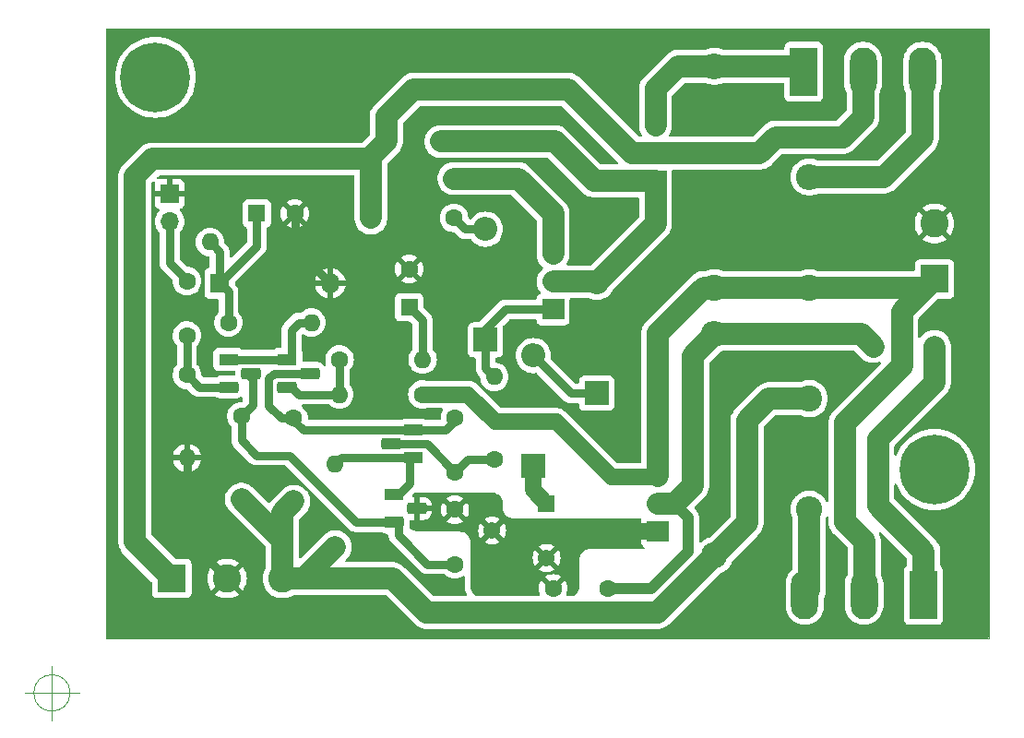
<source format=gbr>
%TF.GenerationSoftware,KiCad,Pcbnew,8.0.3-8.0.3-0~ubuntu22.04.1*%
%TF.CreationDate,2024-06-26T20:02:33-05:00*%
%TF.ProjectId,amplificador_200w,616d706c-6966-4696-9361-646f725f3230,v1.0.0*%
%TF.SameCoordinates,PX5cfbb60PY7d687e0*%
%TF.FileFunction,Copper,L2,Bot*%
%TF.FilePolarity,Positive*%
%FSLAX46Y46*%
G04 Gerber Fmt 4.6, Leading zero omitted, Abs format (unit mm)*
G04 Created by KiCad (PCBNEW 8.0.3-8.0.3-0~ubuntu22.04.1) date 2024-06-26 20:02:33*
%MOMM*%
%LPD*%
G01*
G04 APERTURE LIST*
G04 Aperture macros list*
%AMRoundRect*
0 Rectangle with rounded corners*
0 $1 Rounding radius*
0 $2 $3 $4 $5 $6 $7 $8 $9 X,Y pos of 4 corners*
0 Add a 4 corners polygon primitive as box body*
4,1,4,$2,$3,$4,$5,$6,$7,$8,$9,$2,$3,0*
0 Add four circle primitives for the rounded corners*
1,1,$1+$1,$2,$3*
1,1,$1+$1,$4,$5*
1,1,$1+$1,$6,$7*
1,1,$1+$1,$8,$9*
0 Add four rect primitives between the rounded corners*
20,1,$1+$1,$2,$3,$4,$5,0*
20,1,$1+$1,$4,$5,$6,$7,0*
20,1,$1+$1,$6,$7,$8,$9,0*
20,1,$1+$1,$8,$9,$2,$3,0*%
G04 Aperture macros list end*
%TA.AperFunction,ComponentPad*%
%ADD10C,1.600000*%
%TD*%
%TA.AperFunction,ComponentPad*%
%ADD11R,1.600000X1.600000*%
%TD*%
%TA.AperFunction,ComponentPad*%
%ADD12R,1.800000X1.800000*%
%TD*%
%TA.AperFunction,ComponentPad*%
%ADD13O,1.800000X1.800000*%
%TD*%
%TA.AperFunction,ComponentPad*%
%ADD14R,2.200000X2.200000*%
%TD*%
%TA.AperFunction,ComponentPad*%
%ADD15O,2.200000X2.200000*%
%TD*%
%TA.AperFunction,ComponentPad*%
%ADD16R,1.700000X1.700000*%
%TD*%
%TA.AperFunction,ComponentPad*%
%ADD17O,1.700000X1.700000*%
%TD*%
%TA.AperFunction,ComponentPad*%
%ADD18R,2.600000X2.600000*%
%TD*%
%TA.AperFunction,ComponentPad*%
%ADD19C,2.600000*%
%TD*%
%TA.AperFunction,ComponentPad*%
%ADD20R,1.800000X1.100000*%
%TD*%
%TA.AperFunction,ComponentPad*%
%ADD21RoundRect,0.275000X-0.625000X0.275000X-0.625000X-0.275000X0.625000X-0.275000X0.625000X0.275000X0*%
%TD*%
%TA.AperFunction,ComponentPad*%
%ADD22RoundRect,0.275000X0.625000X-0.275000X0.625000X0.275000X-0.625000X0.275000X-0.625000X-0.275000X0*%
%TD*%
%TA.AperFunction,ComponentPad*%
%ADD23R,2.000000X1.905000*%
%TD*%
%TA.AperFunction,ComponentPad*%
%ADD24O,2.000000X1.905000*%
%TD*%
%TA.AperFunction,ComponentPad*%
%ADD25R,2.500000X4.500000*%
%TD*%
%TA.AperFunction,ComponentPad*%
%ADD26O,2.500000X4.500000*%
%TD*%
%TA.AperFunction,ComponentPad*%
%ADD27O,1.600000X1.600000*%
%TD*%
%TA.AperFunction,ComponentPad*%
%ADD28C,2.400000*%
%TD*%
%TA.AperFunction,ComponentPad*%
%ADD29O,2.400000X2.400000*%
%TD*%
%TA.AperFunction,ComponentPad*%
%ADD30C,0.800000*%
%TD*%
%TA.AperFunction,ComponentPad*%
%ADD31C,6.400000*%
%TD*%
%TA.AperFunction,ComponentPad*%
%ADD32R,1.550000X1.550000*%
%TD*%
%TA.AperFunction,ComponentPad*%
%ADD33C,1.550000*%
%TD*%
%TA.AperFunction,ViaPad*%
%ADD34C,1.600000*%
%TD*%
%TA.AperFunction,Conductor*%
%ADD35C,0.800000*%
%TD*%
%TA.AperFunction,Conductor*%
%ADD36C,1.500000*%
%TD*%
%TA.AperFunction,Conductor*%
%ADD37C,2.000000*%
%TD*%
%TA.AperFunction,Conductor*%
%ADD38C,1.000000*%
%TD*%
%TA.AperFunction,Profile*%
%ADD39C,0.050000*%
%TD*%
G04 APERTURE END LIST*
D10*
%TO.P,C1,1*%
%TO.N,Net-(Q1-B)*%
X12400000Y32800000D03*
%TO.P,C1,2*%
%TO.N,Net-(J1-Pin_2)*%
X12400000Y37800000D03*
%TD*%
D11*
%TO.P,C2,1*%
%TO.N,Net-(D1-K)*%
X18800000Y44000000D03*
D10*
%TO.P,C2,2*%
%TO.N,GND*%
X22300000Y44000000D03*
%TD*%
D11*
%TO.P,C3,1*%
%TO.N,Net-(C3-Pad1)*%
X32800000Y35400000D03*
D10*
%TO.P,C3,2*%
%TO.N,GND*%
X32800000Y38900000D03*
%TD*%
%TO.P,C4,1*%
%TO.N,Net-(Q2-C)*%
X37010000Y25270000D03*
%TO.P,C4,2*%
%TO.N,Net-(Q3-C)*%
X37010000Y20270000D03*
%TD*%
%TO.P,C6,1*%
%TO.N,Net-(D3-A)*%
X35700000Y50600000D03*
%TO.P,C6,2*%
%TO.N,50V*%
X30700000Y50600000D03*
%TD*%
%TO.P,C7,1*%
%TO.N,/CC*%
X46000000Y9600000D03*
%TO.P,C7,2*%
%TO.N,Net-(Q7-C)*%
X51000000Y9600000D03*
%TD*%
D12*
%TO.P,D1,1,K*%
%TO.N,Net-(D1-K)*%
X15400000Y37600000D03*
D13*
%TO.P,D1,2,A*%
%TO.N,GND*%
X25560000Y37600000D03*
%TD*%
D14*
%TO.P,D3,1,K*%
%TO.N,Net-(D3-K)*%
X50000000Y27500000D03*
D15*
%TO.P,D3,2,A*%
%TO.N,Net-(D3-A)*%
X50000000Y37660000D03*
%TD*%
D14*
%TO.P,D4,1,K*%
%TO.N,Net-(D4-K)*%
X44200000Y20800000D03*
D15*
%TO.P,D4,2,A*%
%TO.N,Net-(D3-K)*%
X44200000Y30960000D03*
%TD*%
D16*
%TO.P,J1,1,Pin_1*%
%TO.N,GND*%
X10800000Y45800000D03*
D17*
%TO.P,J1,2,Pin_2*%
%TO.N,Net-(J1-Pin_2)*%
X10800000Y43260000D03*
%TD*%
D18*
%TO.P,J2,1,Pin_1*%
%TO.N,50V*%
X11000000Y10500000D03*
D19*
%TO.P,J2,2,Pin_2*%
%TO.N,GND*%
X16080000Y10500000D03*
%TO.P,J2,3,Pin_3*%
%TO.N,-50V*%
X21160000Y10500000D03*
%TD*%
D18*
%TO.P,J3,1,Pin_1*%
%TO.N,Net-(J3-Pin_1)*%
X81000000Y38000000D03*
D19*
%TO.P,J3,2,Pin_2*%
%TO.N,GND*%
X81000000Y43080000D03*
%TD*%
D20*
%TO.P,Q1,1,E*%
%TO.N,Net-(Q1-E)*%
X16200000Y30600000D03*
D21*
%TO.P,Q1,2,C*%
%TO.N,Net-(Q1-C)*%
X18270000Y29330000D03*
%TO.P,Q1,3,B*%
%TO.N,Net-(Q1-B)*%
X16200000Y28060000D03*
%TD*%
D20*
%TO.P,Q3,1,E*%
%TO.N,Net-(Q3-E)*%
X33200000Y21600000D03*
D22*
%TO.P,Q3,2,C*%
%TO.N,Net-(Q3-C)*%
X31130000Y22870000D03*
%TO.P,Q3,3,B*%
%TO.N,Net-(Q2-C)*%
X33200000Y24140000D03*
%TD*%
D23*
%TO.P,Q5,1,B*%
%TO.N,Net-(D2-K)*%
X46000000Y35200000D03*
D24*
%TO.P,Q5,2,C*%
%TO.N,Net-(D3-A)*%
X46000000Y37740000D03*
%TO.P,Q5,3,E*%
%TO.N,Net-(Q5-E)*%
X46000000Y40280000D03*
%TD*%
D23*
%TO.P,Q6,1,B*%
%TO.N,Net-(D3-A)*%
X55400000Y47000000D03*
D24*
%TO.P,Q6,2,C*%
%TO.N,50V*%
X55400000Y49540000D03*
%TO.P,Q6,3,E*%
%TO.N,Net-(Q6-E)*%
X55400000Y52080000D03*
%TD*%
D23*
%TO.P,Q7,1,B*%
%TO.N,/CC*%
X55600000Y14800000D03*
D24*
%TO.P,Q7,2,C*%
%TO.N,Net-(Q7-C)*%
X55600000Y17340000D03*
%TO.P,Q7,3,E*%
%TO.N,Net-(J3-Pin_1)*%
X55600000Y19880000D03*
%TD*%
D25*
%TO.P,Q8,1,B*%
%TO.N,Net-(Q6-E)*%
X69000000Y57000000D03*
D26*
%TO.P,Q8,2,C*%
%TO.N,50V*%
X74450000Y57000000D03*
%TO.P,Q8,3,E*%
%TO.N,Net-(Q8-E)*%
X79900000Y57000000D03*
%TD*%
D25*
%TO.P,Q9,1,B*%
%TO.N,Net-(Q7-C)*%
X80000000Y9000000D03*
D26*
%TO.P,Q9,2,C*%
%TO.N,Net-(J3-Pin_1)*%
X74550000Y9000000D03*
%TO.P,Q9,3,E*%
%TO.N,Net-(Q9-E)*%
X69100000Y9000000D03*
%TD*%
D10*
%TO.P,R2,1*%
%TO.N,Net-(Q1-C)*%
X17400000Y25400000D03*
D27*
%TO.P,R2,2*%
%TO.N,-50V*%
X17400000Y17780000D03*
%TD*%
D10*
%TO.P,R3,1*%
%TO.N,50V*%
X14500000Y49000000D03*
D27*
%TO.P,R3,2*%
%TO.N,Net-(D1-K)*%
X14500000Y41380000D03*
%TD*%
D10*
%TO.P,R4,1*%
%TO.N,Net-(D1-K)*%
X16200000Y34000000D03*
D27*
%TO.P,R4,2*%
%TO.N,Net-(Q1-E)*%
X23820000Y34000000D03*
%TD*%
D10*
%TO.P,R5,1*%
%TO.N,Net-(Q2-C)*%
X22200000Y25200000D03*
D27*
%TO.P,R5,2*%
%TO.N,-50V*%
X22200000Y17580000D03*
%TD*%
D10*
%TO.P,R6,1*%
%TO.N,Net-(Q2-B)*%
X26400000Y30600000D03*
D27*
%TO.P,R6,2*%
%TO.N,Net-(C3-Pad1)*%
X34020000Y30600000D03*
%TD*%
D10*
%TO.P,R8,1*%
%TO.N,Net-(D2-A)*%
X36900000Y43600000D03*
D27*
%TO.P,R8,2*%
%TO.N,50V*%
X29280000Y43600000D03*
%TD*%
D10*
%TO.P,R9,1*%
%TO.N,Net-(Q3-C)*%
X40600000Y21400000D03*
D27*
%TO.P,R9,2*%
%TO.N,Net-(D2-K)*%
X40600000Y29020000D03*
%TD*%
D10*
%TO.P,R10,1*%
%TO.N,-50V*%
X26000000Y13400000D03*
D27*
%TO.P,R10,2*%
%TO.N,Net-(Q3-E)*%
X26000000Y21020000D03*
%TD*%
D10*
%TO.P,R11,1*%
%TO.N,Net-(Q5-E)*%
X36900000Y47200000D03*
D27*
%TO.P,R11,2*%
%TO.N,50V*%
X29280000Y47200000D03*
%TD*%
D28*
%TO.P,R14,1*%
%TO.N,-50V*%
X60800000Y12600000D03*
D29*
%TO.P,R14,2*%
%TO.N,Net-(Q7-C)*%
X60800000Y32920000D03*
%TD*%
D28*
%TO.P,R15,1*%
%TO.N,Net-(J3-Pin_1)*%
X69500000Y37200000D03*
D29*
%TO.P,R15,2*%
%TO.N,Net-(Q8-E)*%
X69500000Y47360000D03*
%TD*%
D28*
%TO.P,R13,1*%
%TO.N,Net-(J3-Pin_1)*%
X60800000Y37200000D03*
D29*
%TO.P,R13,2*%
%TO.N,Net-(Q6-E)*%
X60800000Y57520000D03*
%TD*%
D20*
%TO.P,Q2,1,E*%
%TO.N,Net-(Q1-E)*%
X21600000Y30600000D03*
D21*
%TO.P,Q2,2,C*%
%TO.N,Net-(Q2-C)*%
X23670000Y29330000D03*
%TO.P,Q2,3,B*%
%TO.N,Net-(Q2-B)*%
X21600000Y28060000D03*
%TD*%
D10*
%TO.P,C5,1*%
%TO.N,/CC*%
X36980000Y16820000D03*
%TO.P,C5,2*%
%TO.N,Net-(Q1-C)*%
X36980000Y11820000D03*
%TD*%
%TO.P,R7,1*%
%TO.N,Net-(J3-Pin_1)*%
X34000000Y27400000D03*
D27*
%TO.P,R7,2*%
%TO.N,Net-(Q2-B)*%
X26380000Y27400000D03*
%TD*%
D20*
%TO.P,Q4,1,E*%
%TO.N,Net-(Q3-E)*%
X31400000Y18200000D03*
D21*
%TO.P,Q4,2,C*%
%TO.N,/CC*%
X33470000Y16930000D03*
%TO.P,Q4,3,B*%
%TO.N,Net-(Q1-C)*%
X31400000Y15660000D03*
%TD*%
D28*
%TO.P,R16,1*%
%TO.N,-50V*%
X69500000Y27000000D03*
D29*
%TO.P,R16,2*%
%TO.N,Net-(Q9-E)*%
X69500000Y16840000D03*
%TD*%
D14*
%TO.P,D2,1,K*%
%TO.N,Net-(D2-K)*%
X39800000Y32400000D03*
D15*
%TO.P,D2,2,A*%
%TO.N,Net-(D2-A)*%
X39800000Y42560000D03*
%TD*%
D10*
%TO.P,R1,1*%
%TO.N,Net-(Q1-B)*%
X12400000Y29200000D03*
D27*
%TO.P,R1,2*%
%TO.N,GND*%
X12400000Y21580000D03*
%TD*%
D30*
%TO.P,H1,1*%
%TO.N,N/C*%
X9500000Y54100000D03*
X7802944Y54802944D03*
X11900000Y56500000D03*
X7802944Y58197056D03*
X9500000Y58900000D03*
X11197056Y58197056D03*
D31*
X9500000Y56500000D03*
D30*
X11197056Y54802944D03*
X7100000Y56500000D03*
%TD*%
%TO.P,H2,1*%
%TO.N,N/C*%
X83400000Y20500000D03*
X82697056Y18802944D03*
X82697056Y22197056D03*
X78600000Y20500000D03*
X81000000Y22900000D03*
D31*
X81000000Y20500000D03*
D30*
X81000000Y18100000D03*
X79302944Y22197056D03*
X79302944Y18802944D03*
%TD*%
D32*
%TO.P,RV1,1,1*%
%TO.N,Net-(D4-K)*%
X45400000Y17400000D03*
D33*
%TO.P,RV1,2,2*%
%TO.N,/CC*%
X40400000Y14900000D03*
%TO.P,RV1,3,3*%
X45400000Y12400000D03*
%TD*%
D34*
%TO.N,Net-(Q7-C)*%
X75399996Y31800000D03*
X81000000Y31800000D03*
%TD*%
D35*
%TO.N,Net-(Q1-C)*%
X17870000Y29330000D02*
X18400000Y28800000D01*
X18400000Y28800000D02*
X18400000Y26400000D01*
X18400000Y26400000D02*
X17400000Y25400000D01*
X17400000Y25400000D02*
X17400000Y23200000D01*
X17400000Y23200000D02*
X18800000Y21800000D01*
X18800000Y21800000D02*
X21800000Y21800000D01*
X21800000Y21800000D02*
X27940000Y15660000D01*
X27940000Y15660000D02*
X31800000Y15660000D01*
%TO.N,GND*%
X12400000Y21580000D02*
X12400000Y14180000D01*
X12400000Y14180000D02*
X16080000Y10500000D01*
D36*
%TO.N,Net-(J3-Pin_1)*%
X34000000Y27400000D02*
X38200000Y27400000D01*
X38200000Y27400000D02*
X40700000Y24900000D01*
X40700000Y24900000D02*
X46260000Y24900000D01*
X46260000Y24900000D02*
X51360000Y19800000D01*
X51360000Y19800000D02*
X55520000Y19800000D01*
X55520000Y19800000D02*
X55600000Y19880000D01*
D35*
%TO.N,Net-(D2-A)*%
X39800000Y42560000D02*
X37940000Y42560000D01*
X37940000Y42560000D02*
X36900000Y43600000D01*
D37*
%TO.N,Net-(D3-A)*%
X50000000Y37660000D02*
X55400000Y43060000D01*
X55400000Y43060000D02*
X55400000Y47000000D01*
%TO.N,50V*%
X30700000Y50600000D02*
X30700000Y52900000D01*
X30700000Y52900000D02*
X33200000Y55400000D01*
X33200000Y55400000D02*
X47400000Y55400000D01*
X47400000Y55400000D02*
X53260000Y49540000D01*
X53260000Y49540000D02*
X55400000Y49540000D01*
%TO.N,Net-(D3-A)*%
X35700000Y50600000D02*
X46190000Y50600000D01*
X46190000Y50600000D02*
X49790000Y47000000D01*
X49790000Y47000000D02*
X55400000Y47000000D01*
D36*
%TO.N,/CC*%
X55600000Y14800000D02*
X52800000Y14800000D01*
%TO.N,Net-(D4-K)*%
X44200000Y20800000D02*
X44200000Y18600000D01*
X44200000Y18600000D02*
X45400000Y17400000D01*
D35*
%TO.N,Net-(J1-Pin_2)*%
X10800000Y43260000D02*
X10800000Y39500000D01*
X10800000Y39500000D02*
X12500000Y37800000D01*
%TO.N,Net-(Q1-B)*%
X13540000Y28060000D02*
X12400000Y29200000D01*
X16600000Y28060000D02*
X13540000Y28060000D01*
X12400000Y32800000D02*
X12400000Y29200000D01*
%TO.N,GND*%
X22300000Y40860000D02*
X25560000Y37600000D01*
X22300000Y44000000D02*
X22300000Y40860000D01*
%TO.N,Net-(D1-K)*%
X16200000Y36800000D02*
X15400000Y37600000D01*
X14500000Y41380000D02*
X15400000Y40480000D01*
X16200000Y34000000D02*
X16200000Y36800000D01*
X18800000Y41000000D02*
X15400000Y37600000D01*
X18800000Y44000000D02*
X18800000Y41000000D01*
X15400000Y40480000D02*
X15400000Y37600000D01*
%TO.N,Net-(C3-Pad1)*%
X34020000Y34180000D02*
X32800000Y35400000D01*
X34020000Y30600000D02*
X34020000Y34180000D01*
%TO.N,Net-(Q3-C)*%
X31530000Y22870000D02*
X34410000Y22870000D01*
X37010000Y20270000D02*
X38140000Y21400000D01*
X38140000Y21400000D02*
X40600000Y21400000D01*
X34410000Y22870000D02*
X37010000Y20270000D01*
%TO.N,Net-(Q2-C)*%
X37010000Y25010000D02*
X37010000Y25270000D01*
X19880000Y28860000D02*
X19880000Y26370000D01*
X19880000Y26370000D02*
X21050000Y25200000D01*
X22200000Y25000000D02*
X23060000Y24140000D01*
X23270000Y29330000D02*
X20350000Y29330000D01*
X22200000Y25200000D02*
X22200000Y25000000D01*
X21050000Y25200000D02*
X22200000Y25200000D01*
X23060000Y24140000D02*
X36140000Y24140000D01*
X20350000Y29330000D02*
X19880000Y28860000D01*
X36140000Y24140000D02*
X37010000Y25010000D01*
%TO.N,Net-(Q1-C)*%
X31800000Y14490000D02*
X34470000Y11820000D01*
X34470000Y11820000D02*
X36980000Y11820000D01*
X31800000Y15660000D02*
X31800000Y14490000D01*
D37*
%TO.N,50V*%
X9200000Y49000000D02*
X14500000Y49000000D01*
D35*
X29280000Y43600000D02*
X29280000Y47200000D01*
D37*
X11000000Y10500000D02*
X7600000Y13900000D01*
X29100000Y49000000D02*
X30700000Y50600000D01*
X72600000Y51000000D02*
X74450000Y52850000D01*
D35*
X29280000Y47200000D02*
X29280000Y49180000D01*
D37*
X29280000Y43600000D02*
X29280000Y49180000D01*
X29280000Y49180000D02*
X30700000Y50600000D01*
X66400000Y51000000D02*
X72600000Y51000000D01*
X74450000Y52850000D02*
X74450000Y57000000D01*
X55400000Y49540000D02*
X64940000Y49540000D01*
X14500000Y49000000D02*
X29100000Y49000000D01*
X7600000Y13900000D02*
X7600000Y47400000D01*
X64940000Y49540000D02*
X66400000Y51000000D01*
X7600000Y47400000D02*
X9200000Y49000000D01*
%TO.N,Net-(D3-A)*%
X49920000Y37740000D02*
X50000000Y37660000D01*
X46000000Y37740000D02*
X49920000Y37740000D01*
%TO.N,Net-(Q7-C)*%
X60800000Y32920000D02*
X74279996Y32920000D01*
X75800000Y17200000D02*
X75800000Y23300000D01*
D38*
X58400000Y16080000D02*
X57140000Y17340000D01*
X55600000Y17340000D02*
X56272502Y17340000D01*
X51000000Y9600000D02*
X55000000Y9600000D01*
D37*
X57140000Y17340000D02*
X58800000Y19000000D01*
X80000000Y9000000D02*
X80000000Y13000000D01*
X75800000Y23300000D02*
X81000000Y28500000D01*
X58800000Y19000000D02*
X58800000Y30920000D01*
X55600000Y17340000D02*
X57140000Y17340000D01*
X80000000Y13000000D02*
X75800000Y17200000D01*
D38*
X58400000Y13000000D02*
X58400000Y16080000D01*
D37*
X81000000Y28500000D02*
X81000000Y31800000D01*
X74279996Y32920000D02*
X75399996Y31800000D01*
X58800000Y30920000D02*
X60800000Y32920000D01*
D38*
X55000000Y9600000D02*
X58400000Y13000000D01*
D35*
%TO.N,Net-(D2-K)*%
X39800000Y29820000D02*
X39800000Y32400000D01*
X40600000Y29020000D02*
X39800000Y29820000D01*
X39800000Y32400000D02*
X39800000Y33400000D01*
X39800000Y33400000D02*
X41600000Y35200000D01*
X41600000Y35200000D02*
X46000000Y35200000D01*
%TO.N,Net-(D3-K)*%
X44200000Y30960000D02*
X47660000Y27500000D01*
X47660000Y27500000D02*
X50000000Y27500000D01*
D37*
%TO.N,-50V*%
X60800000Y12600000D02*
X63800000Y15600000D01*
X23100000Y10500000D02*
X26000000Y13400000D01*
X21160000Y14020000D02*
X17400000Y17780000D01*
X31270000Y10500000D02*
X34370000Y7400000D01*
X34370000Y7400000D02*
X55600000Y7400000D01*
X21160000Y16540000D02*
X22200000Y17580000D01*
X63800000Y25000000D02*
X65800000Y27000000D01*
X21160000Y10500000D02*
X23100000Y10500000D01*
X21160000Y10500000D02*
X31270000Y10500000D01*
X21160000Y10500000D02*
X21160000Y14020000D01*
X65800000Y27000000D02*
X69500000Y27000000D01*
X21160000Y10500000D02*
X21160000Y16540000D01*
X55600000Y7400000D02*
X60800000Y12600000D01*
X63800000Y15600000D02*
X63800000Y25000000D01*
%TO.N,Net-(J3-Pin_1)*%
X74550000Y13950000D02*
X72790000Y15710000D01*
X69500000Y37200000D02*
X60800000Y37200000D01*
X69500000Y37200000D02*
X80200000Y37200000D01*
X55600000Y19880000D02*
X55600000Y33000000D01*
X78000000Y30000000D02*
X78000000Y35000000D01*
X74550000Y9000000D02*
X74550000Y13950000D01*
X55600000Y33000000D02*
X59800000Y37200000D01*
X59800000Y37200000D02*
X60800000Y37200000D01*
D35*
X69200000Y37200000D02*
X60800000Y37200000D01*
D37*
X72790000Y15710000D02*
X72790000Y24790000D01*
X80200000Y37200000D02*
X81000000Y38000000D01*
X72790000Y24790000D02*
X78000000Y30000000D01*
X78000000Y35000000D02*
X81000000Y38000000D01*
D35*
%TO.N,Net-(Q1-E)*%
X22000000Y33320000D02*
X22680000Y34000000D01*
X22680000Y34000000D02*
X23820000Y34000000D01*
X16600000Y30600000D02*
X22000000Y30600000D01*
X22000000Y30600000D02*
X22000000Y33320000D01*
%TO.N,Net-(Q2-B)*%
X26400000Y27420000D02*
X26380000Y27400000D01*
X26400000Y30600000D02*
X26400000Y27420000D01*
X22000000Y28060000D02*
X22660000Y27400000D01*
X22660000Y27400000D02*
X26380000Y27400000D01*
%TO.N,Net-(Q3-E)*%
X26580000Y21600000D02*
X32800000Y21600000D01*
X26000000Y21020000D02*
X26580000Y21600000D01*
X32800000Y19200000D02*
X31800000Y18200000D01*
X32800000Y21600000D02*
X32800000Y19200000D01*
D37*
%TO.N,Net-(Q5-E)*%
X36900000Y47200000D02*
X42800000Y47200000D01*
X46000000Y44000000D02*
X46000000Y40280000D01*
X42800000Y47200000D02*
X46000000Y44000000D01*
%TO.N,Net-(Q6-E)*%
X68480000Y57520000D02*
X69000000Y57000000D01*
X60800000Y57520000D02*
X68480000Y57520000D01*
X55400000Y52080000D02*
X55400000Y55430000D01*
X55400000Y55430000D02*
X57490000Y57520000D01*
X57490000Y57520000D02*
X60800000Y57520000D01*
%TO.N,Net-(Q8-E)*%
X76360000Y47360000D02*
X79900000Y50900000D01*
X79900000Y50900000D02*
X79900000Y57000000D01*
X69500000Y47360000D02*
X76360000Y47360000D01*
%TO.N,Net-(Q9-E)*%
X69500000Y9400000D02*
X69100000Y9000000D01*
X69500000Y16840000D02*
X69500000Y9400000D01*
%TD*%
%TA.AperFunction,Conductor*%
%TO.N,GND*%
G36*
X85916621Y60954498D02*
G01*
X85963114Y60900842D01*
X85974500Y60848500D01*
X85974500Y5151500D01*
X85954498Y5083379D01*
X85900842Y5036886D01*
X85848500Y5025500D01*
X5151500Y5025500D01*
X5083379Y5045502D01*
X5036886Y5099158D01*
X5025500Y5151500D01*
X5025500Y47518719D01*
X6091499Y47518719D01*
X6091499Y47276086D01*
X6091500Y47276061D01*
X6091500Y14023209D01*
X6091499Y14023179D01*
X6091499Y14018722D01*
X6091499Y13781278D01*
X6098307Y13738296D01*
X6124569Y13572488D01*
X6124568Y13572488D01*
X6128643Y13546762D01*
X6128644Y13546756D01*
X6198730Y13331056D01*
X6202018Y13320937D01*
X6309815Y13109373D01*
X6449380Y12917278D01*
X6449382Y12917276D01*
X6449384Y12917273D01*
X6621667Y12744990D01*
X6621689Y12744970D01*
X9154595Y10212064D01*
X9188621Y10149752D01*
X9191500Y10122969D01*
X9191500Y9151351D01*
X9198009Y9090804D01*
X9198011Y9090796D01*
X9249110Y8953798D01*
X9249112Y8953793D01*
X9336738Y8836739D01*
X9453792Y8749113D01*
X9453794Y8749112D01*
X9453796Y8749111D01*
X9468974Y8743450D01*
X9590795Y8698012D01*
X9590803Y8698010D01*
X9651350Y8691501D01*
X9651355Y8691501D01*
X9651362Y8691500D01*
X9651368Y8691500D01*
X12348632Y8691500D01*
X12348638Y8691500D01*
X12348645Y8691501D01*
X12348649Y8691501D01*
X12409196Y8698010D01*
X12409199Y8698011D01*
X12409201Y8698011D01*
X12546204Y8749111D01*
X12629935Y8811791D01*
X12663261Y8836739D01*
X12750887Y8953793D01*
X12750887Y8953794D01*
X12750889Y8953796D01*
X12801989Y9090799D01*
X12802323Y9093897D01*
X12808499Y9151351D01*
X12808500Y9151368D01*
X12808500Y10500000D01*
X14266930Y10500000D01*
X14287180Y10229773D01*
X14347480Y9965587D01*
X14347481Y9965584D01*
X14446480Y9713336D01*
X14581968Y9478665D01*
X14634092Y9413304D01*
X14634093Y9413304D01*
X15477301Y10256512D01*
X15503978Y10192110D01*
X15575112Y10085649D01*
X15665649Y9995112D01*
X15772110Y9923978D01*
X15836510Y9897302D01*
X14992455Y9053248D01*
X14992455Y9053247D01*
X15173469Y8929833D01*
X15173470Y8929832D01*
X15417602Y8812265D01*
X15676547Y8732389D01*
X15676555Y8732388D01*
X15944513Y8692000D01*
X16215487Y8692000D01*
X16483444Y8732388D01*
X16483452Y8732389D01*
X16742397Y8812265D01*
X16986529Y8929832D01*
X16986530Y8929833D01*
X17167544Y9053247D01*
X16323489Y9897302D01*
X16387890Y9923978D01*
X16494351Y9995112D01*
X16584888Y10085649D01*
X16656022Y10192110D01*
X16682698Y10256511D01*
X17525906Y9413303D01*
X17525907Y9413304D01*
X17578025Y9478657D01*
X17578031Y9478665D01*
X17713519Y9713336D01*
X17812518Y9965584D01*
X17812519Y9965587D01*
X17872819Y10229773D01*
X17893069Y10500000D01*
X17872819Y10770228D01*
X17812519Y11034414D01*
X17812518Y11034417D01*
X17713519Y11286665D01*
X17578031Y11521336D01*
X17525906Y11586698D01*
X17525905Y11586698D01*
X16682697Y10743491D01*
X16656022Y10807890D01*
X16584888Y10914351D01*
X16494351Y11004888D01*
X16387890Y11076022D01*
X16323488Y11102699D01*
X17167543Y11946754D01*
X17167543Y11946756D01*
X16986537Y12070164D01*
X16986529Y12070169D01*
X16742397Y12187736D01*
X16483452Y12267612D01*
X16483444Y12267613D01*
X16215487Y12308000D01*
X15944513Y12308000D01*
X15676555Y12267613D01*
X15676547Y12267612D01*
X15417602Y12187736D01*
X15173470Y12070169D01*
X15173462Y12070164D01*
X14992455Y11946756D01*
X14992455Y11946754D01*
X15836510Y11102699D01*
X15772110Y11076022D01*
X15665649Y11004888D01*
X15575112Y10914351D01*
X15503978Y10807890D01*
X15477301Y10743490D01*
X14634093Y11586698D01*
X14634091Y11586698D01*
X14581968Y11521336D01*
X14446480Y11286665D01*
X14347481Y11034417D01*
X14347480Y11034414D01*
X14287180Y10770228D01*
X14266930Y10500000D01*
X12808500Y10500000D01*
X12808500Y11848633D01*
X12808499Y11848650D01*
X12801990Y11909197D01*
X12801988Y11909205D01*
X12764952Y12008501D01*
X12750889Y12046204D01*
X12750888Y12046206D01*
X12750887Y12046208D01*
X12663261Y12163262D01*
X12546207Y12250888D01*
X12546202Y12250890D01*
X12409204Y12301989D01*
X12409196Y12301991D01*
X12348649Y12308500D01*
X12348638Y12308500D01*
X11377032Y12308500D01*
X11308911Y12328502D01*
X11287937Y12345405D01*
X9145405Y14487937D01*
X9111379Y14550249D01*
X9108500Y14577032D01*
X9108500Y21834000D01*
X11113917Y21834000D01*
X12088314Y21834000D01*
X12079920Y21825606D01*
X12027259Y21734394D01*
X12000000Y21632661D01*
X12000000Y21527339D01*
X12027259Y21425606D01*
X12079920Y21334394D01*
X12088314Y21326000D01*
X11113918Y21326000D01*
X11166186Y21130932D01*
X11166188Y21130927D01*
X11262912Y20923502D01*
X11394184Y20736026D01*
X11394189Y20736020D01*
X11556019Y20574190D01*
X11556025Y20574185D01*
X11743501Y20442913D01*
X11950926Y20346189D01*
X11950931Y20346187D01*
X12146000Y20293919D01*
X12146000Y21268314D01*
X12154394Y21259920D01*
X12245606Y21207259D01*
X12347339Y21180000D01*
X12452661Y21180000D01*
X12554394Y21207259D01*
X12645606Y21259920D01*
X12654000Y21268314D01*
X12654000Y20293919D01*
X12849068Y20346187D01*
X12849073Y20346189D01*
X13056498Y20442913D01*
X13243974Y20574185D01*
X13243980Y20574190D01*
X13405810Y20736020D01*
X13405815Y20736026D01*
X13537087Y20923502D01*
X13633811Y21130927D01*
X13633813Y21130932D01*
X13686082Y21326000D01*
X12711686Y21326000D01*
X12720080Y21334394D01*
X12772741Y21425606D01*
X12800000Y21527339D01*
X12800000Y21632661D01*
X12772741Y21734394D01*
X12720080Y21825606D01*
X12711686Y21834000D01*
X13686082Y21834000D01*
X13633813Y22029069D01*
X13633811Y22029074D01*
X13537087Y22236499D01*
X13405815Y22423975D01*
X13405810Y22423981D01*
X13243980Y22585811D01*
X13243974Y22585816D01*
X13056498Y22717088D01*
X12849073Y22813812D01*
X12849071Y22813813D01*
X12654000Y22866083D01*
X12654000Y21891686D01*
X12645606Y21900080D01*
X12554394Y21952741D01*
X12452661Y21980000D01*
X12347339Y21980000D01*
X12245606Y21952741D01*
X12154394Y21900080D01*
X12146000Y21891686D01*
X12146000Y22866083D01*
X12145999Y22866083D01*
X11950928Y22813813D01*
X11950926Y22813812D01*
X11743501Y22717088D01*
X11556025Y22585816D01*
X11556019Y22585811D01*
X11394189Y22423981D01*
X11394184Y22423975D01*
X11262912Y22236499D01*
X11166188Y22029074D01*
X11166186Y22029069D01*
X11113917Y21834000D01*
X9108500Y21834000D01*
X9108500Y32800000D01*
X11086502Y32800000D01*
X11106320Y32573474D01*
X11106457Y32571914D01*
X11165715Y32350760D01*
X11165717Y32350754D01*
X11262477Y32143251D01*
X11393799Y31955704D01*
X11393804Y31955698D01*
X11454595Y31894907D01*
X11488621Y31832595D01*
X11491500Y31805812D01*
X11491500Y30194188D01*
X11471498Y30126067D01*
X11454595Y30105093D01*
X11393804Y30044303D01*
X11393799Y30044297D01*
X11262477Y29856750D01*
X11165717Y29649247D01*
X11165715Y29649241D01*
X11117486Y29469247D01*
X11106457Y29428087D01*
X11086502Y29200000D01*
X11106457Y28971913D01*
X11131205Y28879552D01*
X11165715Y28750760D01*
X11165717Y28750754D01*
X11262477Y28543251D01*
X11380856Y28374188D01*
X11393802Y28355700D01*
X11555700Y28193802D01*
X11743251Y28062477D01*
X11950757Y27965716D01*
X12171913Y27906457D01*
X12385752Y27887749D01*
X12451868Y27861887D01*
X12463863Y27851324D01*
X12834322Y27480865D01*
X12960865Y27354322D01*
X13109664Y27254898D01*
X13275000Y27186413D01*
X13421399Y27157293D01*
X13450520Y27151500D01*
X13450521Y27151500D01*
X15074254Y27151500D01*
X15141289Y27132188D01*
X15232901Y27074624D01*
X15399552Y27016310D01*
X15530996Y27001500D01*
X16869004Y27001500D01*
X17000448Y27016310D01*
X17167099Y27074624D01*
X17298464Y27157167D01*
X17366785Y27176472D01*
X17434698Y27155777D01*
X17480641Y27101650D01*
X17491500Y27050479D01*
X17491500Y26836961D01*
X17471498Y26768840D01*
X17417842Y26722347D01*
X17376484Y26711441D01*
X17180817Y26694322D01*
X17171913Y26693543D01*
X16950759Y26634285D01*
X16950753Y26634283D01*
X16743250Y26537523D01*
X16555703Y26406201D01*
X16555697Y26406196D01*
X16393804Y26244303D01*
X16393799Y26244297D01*
X16262477Y26056750D01*
X16165717Y25849247D01*
X16165715Y25849241D01*
X16139416Y25751092D01*
X16106457Y25628087D01*
X16086502Y25400000D01*
X16106457Y25171913D01*
X16121472Y25115877D01*
X16165715Y24950760D01*
X16165717Y24950754D01*
X16262477Y24743251D01*
X16393799Y24555704D01*
X16393804Y24555698D01*
X16454595Y24494907D01*
X16488621Y24432595D01*
X16491500Y24405812D01*
X16491500Y23110519D01*
X16516492Y22984878D01*
X16526413Y22935000D01*
X16594897Y22769664D01*
X16632426Y22713498D01*
X16694321Y22620866D01*
X16694326Y22620860D01*
X18220859Y21094327D01*
X18220865Y21094322D01*
X18369664Y20994897D01*
X18525082Y20930521D01*
X18535000Y20926413D01*
X18710521Y20891500D01*
X21371497Y20891500D01*
X21439618Y20871498D01*
X21460592Y20854595D01*
X27234322Y15080865D01*
X27360865Y14954322D01*
X27509664Y14854898D01*
X27646628Y14798165D01*
X27674997Y14786414D01*
X27674998Y14786414D01*
X27675000Y14786413D01*
X27817607Y14758047D01*
X27850520Y14751500D01*
X27850521Y14751500D01*
X30274254Y14751500D01*
X30341289Y14732188D01*
X30432901Y14674624D01*
X30599552Y14616310D01*
X30730996Y14601500D01*
X30765500Y14601500D01*
X30833621Y14581498D01*
X30880114Y14527842D01*
X30891500Y14475500D01*
X30891500Y14400519D01*
X30916282Y14275934D01*
X30926413Y14225000D01*
X30994897Y14059664D01*
X31048752Y13979065D01*
X31094321Y13910866D01*
X31094326Y13910860D01*
X32455061Y12550126D01*
X33764322Y11240865D01*
X33890865Y11114322D01*
X34039664Y11014898D01*
X34205000Y10946413D01*
X34351399Y10917293D01*
X34380520Y10911500D01*
X34380521Y10911500D01*
X35985812Y10911500D01*
X36053933Y10891498D01*
X36074907Y10874595D01*
X36135700Y10813802D01*
X36323251Y10682477D01*
X36530757Y10585716D01*
X36751913Y10526457D01*
X36980000Y10506502D01*
X37208087Y10526457D01*
X37429243Y10585716D01*
X37636749Y10682477D01*
X37688229Y10718525D01*
X37755503Y10741212D01*
X37824363Y10723927D01*
X37872947Y10672158D01*
X37886500Y10615311D01*
X37886500Y9806091D01*
X37887118Y9780897D01*
X37887713Y9768773D01*
X37889572Y9743576D01*
X37906988Y9566750D01*
X37914379Y9516909D01*
X37914382Y9516893D01*
X37919120Y9493070D01*
X37919121Y9493065D01*
X37931370Y9444163D01*
X37931371Y9444159D01*
X37981188Y9279934D01*
X37998158Y9232506D01*
X37998168Y9232481D01*
X37998169Y9232479D01*
X38007471Y9210024D01*
X38029006Y9164493D01*
X38029012Y9164482D01*
X38029015Y9164476D01*
X38029023Y9164458D01*
X38046733Y9131326D01*
X38066740Y9093895D01*
X38081212Y9024389D01*
X38055808Y8958093D01*
X37998594Y8916056D01*
X37955618Y8908500D01*
X35047031Y8908500D01*
X34978910Y8928502D01*
X34957936Y8945405D01*
X32425030Y11478311D01*
X32425010Y11478333D01*
X32252727Y11650616D01*
X32252724Y11650618D01*
X32252722Y11650620D01*
X32060627Y11790185D01*
X31849063Y11897982D01*
X31849060Y11897983D01*
X31849058Y11897984D01*
X31623245Y11971355D01*
X31623243Y11971356D01*
X31623241Y11971356D01*
X31388722Y12008501D01*
X31151278Y12008501D01*
X31146085Y12008501D01*
X31146061Y12008500D01*
X27046032Y12008500D01*
X26977911Y12028502D01*
X26931418Y12082158D01*
X26921314Y12152432D01*
X26950808Y12217012D01*
X26956937Y12223595D01*
X27150614Y12417273D01*
X27150617Y12417276D01*
X27150619Y12417278D01*
X27290185Y12609373D01*
X27397982Y12820937D01*
X27471356Y13046759D01*
X27508500Y13281278D01*
X27508500Y13518722D01*
X27471356Y13753241D01*
X27397982Y13979063D01*
X27290185Y14190626D01*
X27150619Y14382721D01*
X27150617Y14382724D01*
X26982723Y14550618D01*
X26790629Y14690183D01*
X26790628Y14690184D01*
X26790626Y14690185D01*
X26579063Y14797982D01*
X26579060Y14797983D01*
X26579058Y14797984D01*
X26353246Y14871355D01*
X26353242Y14871356D01*
X26353241Y14871356D01*
X26118722Y14908500D01*
X25881278Y14908500D01*
X25646759Y14871356D01*
X25646753Y14871355D01*
X25420941Y14797984D01*
X25420935Y14797981D01*
X25209369Y14690183D01*
X25017275Y14550618D01*
X25017272Y14550615D01*
X22883595Y12416937D01*
X22821283Y12382911D01*
X22750468Y12387976D01*
X22693632Y12430523D01*
X22668821Y12497043D01*
X22668500Y12506032D01*
X22668500Y13896061D01*
X22668501Y13896086D01*
X22668501Y14143179D01*
X22668500Y14143209D01*
X22668500Y15862968D01*
X22688502Y15931089D01*
X22705405Y15952064D01*
X23007830Y16254489D01*
X23350620Y16597278D01*
X23490185Y16789373D01*
X23597982Y17000937D01*
X23671356Y17226759D01*
X23708501Y17461278D01*
X23708501Y17698722D01*
X23671356Y17933241D01*
X23597982Y18159063D01*
X23490185Y18370627D01*
X23388681Y18510335D01*
X23350618Y18562724D01*
X23182723Y18730619D01*
X22990630Y18870183D01*
X22990629Y18870184D01*
X22990627Y18870185D01*
X22779063Y18977982D01*
X22779060Y18977983D01*
X22779058Y18977984D01*
X22553245Y19051355D01*
X22553243Y19051356D01*
X22553241Y19051356D01*
X22318722Y19088501D01*
X22081278Y19088501D01*
X21846759Y19051356D01*
X21846757Y19051356D01*
X21846754Y19051355D01*
X21620941Y18977984D01*
X21620935Y18977981D01*
X21409369Y18870183D01*
X21217275Y18730618D01*
X21217272Y18730616D01*
X20427060Y17940402D01*
X20177281Y17690623D01*
X20177278Y17690620D01*
X20128110Y17641452D01*
X20009378Y17522721D01*
X20009377Y17522720D01*
X20004033Y17515364D01*
X19947808Y17472013D01*
X19877072Y17465941D01*
X19814282Y17499076D01*
X19813006Y17500335D01*
X18382726Y18930616D01*
X18382723Y18930619D01*
X18190630Y19070183D01*
X18190629Y19070184D01*
X18190627Y19070185D01*
X17979063Y19177982D01*
X17979060Y19177983D01*
X17979058Y19177984D01*
X17753245Y19251355D01*
X17753243Y19251356D01*
X17753241Y19251356D01*
X17518722Y19288501D01*
X17281278Y19288501D01*
X17046759Y19251356D01*
X17046757Y19251356D01*
X17046754Y19251355D01*
X16820941Y19177984D01*
X16820935Y19177981D01*
X16609369Y19070183D01*
X16417276Y18930619D01*
X16249381Y18762724D01*
X16109817Y18570631D01*
X16002019Y18359065D01*
X16002016Y18359059D01*
X15928645Y18133246D01*
X15928644Y18133243D01*
X15928644Y18133241D01*
X15891499Y17898722D01*
X15891499Y17661278D01*
X15923582Y17458719D01*
X15928645Y17426755D01*
X15995408Y17221278D01*
X16002018Y17200937D01*
X16109815Y16989373D01*
X16109817Y16989370D01*
X16249381Y16797277D01*
X16249384Y16797274D01*
X19614595Y13432064D01*
X19648621Y13369752D01*
X19651500Y13342969D01*
X19651500Y11537964D01*
X19634619Y11474964D01*
X19526030Y11286884D01*
X19526027Y11286876D01*
X19427002Y11034563D01*
X19427001Y11034561D01*
X19366685Y10770303D01*
X19346429Y10500000D01*
X19366685Y10229698D01*
X19427001Y9965440D01*
X19427002Y9965438D01*
X19526027Y9713125D01*
X19526030Y9713117D01*
X19661554Y9478383D01*
X19661556Y9478380D01*
X19661557Y9478379D01*
X19830558Y9266458D01*
X20029257Y9082093D01*
X20029263Y9082089D01*
X20253205Y8929407D01*
X20253212Y8929403D01*
X20253215Y8929401D01*
X20394003Y8861601D01*
X20497423Y8811796D01*
X20497436Y8811791D01*
X20756431Y8731902D01*
X20756433Y8731902D01*
X20756442Y8731899D01*
X21024472Y8691500D01*
X21024476Y8691500D01*
X21295524Y8691500D01*
X21295528Y8691500D01*
X21563558Y8731899D01*
X21563568Y8731902D01*
X21822563Y8811791D01*
X21822565Y8811793D01*
X21822572Y8811794D01*
X22066786Y8929401D01*
X22125756Y8969607D01*
X22193307Y8991453D01*
X22196734Y8991500D01*
X22976061Y8991500D01*
X22976085Y8991499D01*
X22981278Y8991499D01*
X23223915Y8991499D01*
X23223939Y8991500D01*
X30592969Y8991500D01*
X30661090Y8971498D01*
X30682064Y8954595D01*
X33216204Y6420455D01*
X33216233Y6420424D01*
X33387272Y6249385D01*
X33387275Y6249383D01*
X33387278Y6249380D01*
X33579373Y6109815D01*
X33790937Y6002018D01*
X34016759Y5928644D01*
X34251278Y5891499D01*
X34251281Y5891499D01*
X34493915Y5891499D01*
X34493939Y5891500D01*
X55476061Y5891500D01*
X55476085Y5891499D01*
X55481278Y5891499D01*
X55718719Y5891499D01*
X55718722Y5891499D01*
X55953241Y5928644D01*
X56179063Y6002018D01*
X56390627Y6109815D01*
X56582722Y6249380D01*
X56750620Y6417278D01*
X56757793Y6424451D01*
X56757804Y6424465D01*
X61277379Y10944040D01*
X61329330Y10975345D01*
X61425935Y11005142D01*
X61656646Y11116246D01*
X61868219Y11260495D01*
X62055931Y11434666D01*
X62215587Y11634869D01*
X62343622Y11856631D01*
X62343623Y11856636D01*
X62343627Y11856642D01*
X62418025Y12046208D01*
X62433277Y12085072D01*
X62461469Y12128130D01*
X64775535Y14442196D01*
X64775549Y14442207D01*
X64950615Y14617273D01*
X64950620Y14617278D01*
X65090185Y14809373D01*
X65197982Y15020937D01*
X65271356Y15246759D01*
X65274140Y15264338D01*
X65308501Y15481278D01*
X65308501Y15718722D01*
X65308501Y15723179D01*
X65308500Y15723209D01*
X65308500Y24322969D01*
X65328502Y24391090D01*
X65345405Y24412064D01*
X66387937Y25454595D01*
X66450249Y25488621D01*
X66477032Y25491500D01*
X68665983Y25491500D01*
X68720650Y25479023D01*
X68874065Y25405142D01*
X68874068Y25405142D01*
X68874073Y25405139D01*
X69118746Y25329668D01*
X69118748Y25329668D01*
X69118757Y25329665D01*
X69371966Y25291500D01*
X69371970Y25291500D01*
X69628030Y25291500D01*
X69628034Y25291500D01*
X69881243Y25329665D01*
X69957675Y25353241D01*
X70125929Y25405140D01*
X70125930Y25405141D01*
X70125935Y25405142D01*
X70356646Y25516246D01*
X70568219Y25660495D01*
X70755931Y25834666D01*
X70915587Y26034869D01*
X71043622Y26256631D01*
X71045917Y26262477D01*
X71095323Y26388364D01*
X71137174Y26494999D01*
X71194155Y26744647D01*
X71213291Y27000000D01*
X71194155Y27255353D01*
X71137174Y27505001D01*
X71088867Y27628087D01*
X71043625Y27743363D01*
X71043623Y27743367D01*
X70915589Y27965128D01*
X70915120Y27965716D01*
X70755931Y28165334D01*
X70568219Y28339505D01*
X70544468Y28355698D01*
X70467023Y28408500D01*
X70356646Y28483754D01*
X70356643Y28483755D01*
X70356641Y28483757D01*
X70356640Y28483758D01*
X70125936Y28594858D01*
X70125929Y28594861D01*
X69881253Y28670333D01*
X69881245Y28670335D01*
X69881243Y28670335D01*
X69628034Y28708500D01*
X69371966Y28708500D01*
X69118757Y28670335D01*
X69118755Y28670335D01*
X69118746Y28670333D01*
X68874073Y28594862D01*
X68874061Y28594857D01*
X68779588Y28549361D01*
X68720650Y28520978D01*
X68665983Y28508500D01*
X65923939Y28508500D01*
X65923915Y28508501D01*
X65918722Y28508501D01*
X65681278Y28508501D01*
X65446759Y28471356D01*
X65446757Y28471356D01*
X65446754Y28471355D01*
X65220941Y28397984D01*
X65220935Y28397981D01*
X65009369Y28290183D01*
X64817275Y28150618D01*
X64817272Y28150616D01*
X63313873Y26647215D01*
X62817281Y26150623D01*
X62817278Y26150620D01*
X62773116Y26106458D01*
X62649380Y25982723D01*
X62541811Y25834666D01*
X62509817Y25790631D01*
X62402019Y25579065D01*
X62402016Y25579059D01*
X62328645Y25353246D01*
X62328644Y25353243D01*
X62328644Y25353241D01*
X62292044Y25122158D01*
X62291499Y25118719D01*
X62291499Y24876086D01*
X62291500Y24876061D01*
X62291500Y16277032D01*
X62271498Y16208911D01*
X62254595Y16187937D01*
X60322620Y14255963D01*
X60270665Y14224656D01*
X60174061Y14194857D01*
X59943352Y14083753D01*
X59943345Y14083749D01*
X59731787Y13939510D01*
X59731775Y13939500D01*
X59620201Y13835975D01*
X59556660Y13804304D01*
X59486084Y13812014D01*
X59430879Y13856656D01*
X59408573Y13924057D01*
X59408500Y13928340D01*
X59408500Y16179328D01*
X59408499Y16179332D01*
X59369744Y16374169D01*
X59293721Y16557704D01*
X59183353Y16722881D01*
X59042881Y16863353D01*
X59008882Y16897352D01*
X58974856Y16959664D01*
X58979921Y17030479D01*
X59008879Y17075540D01*
X59775540Y17842201D01*
X59775553Y17842211D01*
X59950615Y18017273D01*
X59950620Y18017278D01*
X60090185Y18209373D01*
X60197982Y18420937D01*
X60216508Y18477954D01*
X60271357Y18646759D01*
X60308501Y18881279D01*
X60308501Y19118722D01*
X60308501Y19123179D01*
X60308500Y19123209D01*
X60308500Y30242970D01*
X60328502Y30311091D01*
X60345395Y30332055D01*
X61277382Y31264043D01*
X61329333Y31295346D01*
X61425935Y31325142D01*
X61579349Y31399023D01*
X61634018Y31411500D01*
X73602964Y31411500D01*
X73671085Y31391498D01*
X73692059Y31374596D01*
X74417274Y30649380D01*
X74609369Y30509815D01*
X74820933Y30402018D01*
X75046755Y30328644D01*
X75281274Y30291500D01*
X75281277Y30291500D01*
X75518715Y30291500D01*
X75518718Y30291500D01*
X75753237Y30328644D01*
X75908934Y30379234D01*
X75979899Y30381261D01*
X76040697Y30344599D01*
X76072022Y30280886D01*
X76063930Y30210353D01*
X76036963Y30170305D01*
X74110961Y28244303D01*
X71807281Y25940623D01*
X71807278Y25940620D01*
X71764670Y25898012D01*
X71639380Y25772723D01*
X71557842Y25660495D01*
X71534297Y25628087D01*
X71505995Y25589133D01*
X71499813Y25580625D01*
X71392021Y25369071D01*
X71392016Y25369059D01*
X71318645Y25143246D01*
X71318644Y25143243D01*
X71318644Y25143241D01*
X71288157Y24950754D01*
X71281499Y24908719D01*
X71281499Y24666086D01*
X71281500Y24666061D01*
X71281500Y17641452D01*
X71261498Y17573331D01*
X71207842Y17526838D01*
X71137568Y17516734D01*
X71072988Y17546228D01*
X71047173Y17579976D01*
X71045979Y17579286D01*
X71033233Y17601362D01*
X70944048Y17755836D01*
X70915589Y17805128D01*
X70915587Y17805131D01*
X70755931Y18005334D01*
X70568219Y18179505D01*
X70524415Y18209370D01*
X70405021Y18290772D01*
X70356646Y18323754D01*
X70356643Y18323755D01*
X70356641Y18323757D01*
X70356640Y18323758D01*
X70125936Y18434858D01*
X70125929Y18434861D01*
X69881253Y18510333D01*
X69881245Y18510335D01*
X69881243Y18510335D01*
X69628034Y18548500D01*
X69371966Y18548500D01*
X69118757Y18510335D01*
X69118755Y18510335D01*
X69118746Y18510333D01*
X68874073Y18434862D01*
X68874060Y18434857D01*
X68643352Y18323753D01*
X68643345Y18323749D01*
X68431787Y18179510D01*
X68431782Y18179506D01*
X68276612Y18035529D01*
X68244069Y18005334D01*
X68218835Y17973691D01*
X68084410Y17805128D01*
X67956376Y17583367D01*
X67956374Y17583363D01*
X67862827Y17345006D01*
X67862826Y17345003D01*
X67805845Y17095357D01*
X67786709Y16840000D01*
X67805845Y16584644D01*
X67862826Y16334998D01*
X67862827Y16334995D01*
X67956375Y16096636D01*
X67974619Y16065038D01*
X67991500Y16002037D01*
X67991500Y11428095D01*
X67971498Y11359974D01*
X67942207Y11328135D01*
X67938060Y11324954D01*
X67938040Y11324936D01*
X67775062Y11161958D01*
X67775053Y11161948D01*
X67634721Y10979062D01*
X67519471Y10779445D01*
X67519466Y10779435D01*
X67519465Y10779433D01*
X67447709Y10606198D01*
X67431251Y10566464D01*
X67371587Y10343795D01*
X67341500Y10115261D01*
X67341500Y7884740D01*
X67371587Y7656206D01*
X67371588Y7656200D01*
X67371589Y7656198D01*
X67431251Y7433536D01*
X67519465Y7220567D01*
X67634724Y7020934D01*
X67775053Y6838053D01*
X67775062Y6838043D01*
X67938042Y6675063D01*
X67938052Y6675054D01*
X67938053Y6675053D01*
X68120934Y6534724D01*
X68320567Y6419465D01*
X68533536Y6331251D01*
X68756198Y6271589D01*
X68756204Y6271589D01*
X68756205Y6271588D01*
X68782425Y6268137D01*
X68984742Y6241500D01*
X68984749Y6241500D01*
X69215251Y6241500D01*
X69215258Y6241500D01*
X69443802Y6271589D01*
X69666464Y6331251D01*
X69879433Y6419465D01*
X70079066Y6534724D01*
X70261947Y6675053D01*
X70424947Y6838053D01*
X70565276Y7020934D01*
X70680535Y7220567D01*
X70768749Y7433536D01*
X70828411Y7656198D01*
X70858500Y7884742D01*
X70858500Y8713200D01*
X70872233Y8770403D01*
X70897982Y8820937D01*
X70971356Y9046759D01*
X71008500Y9281278D01*
X71008500Y16002037D01*
X71025381Y16065038D01*
X71038959Y16088554D01*
X71043622Y16096631D01*
X71043622Y16096634D01*
X71045979Y16100714D01*
X71047800Y16099663D01*
X71089544Y16145906D01*
X71158056Y16164522D01*
X71225757Y16143142D01*
X71271152Y16088554D01*
X71281500Y16038548D01*
X71281500Y15833209D01*
X71281499Y15833179D01*
X71281499Y15591281D01*
X71305916Y15437120D01*
X71318645Y15356754D01*
X71354385Y15246759D01*
X71392018Y15130937D01*
X71499815Y14919373D01*
X71639380Y14727278D01*
X71639382Y14727276D01*
X71639384Y14727273D01*
X71811667Y14554990D01*
X71811689Y14554970D01*
X73004595Y13362064D01*
X73038621Y13299752D01*
X73041500Y13272969D01*
X73041500Y10937963D01*
X73024619Y10874963D01*
X72969471Y10779445D01*
X72969466Y10779435D01*
X72969465Y10779433D01*
X72897709Y10606198D01*
X72881251Y10566464D01*
X72821587Y10343795D01*
X72791500Y10115261D01*
X72791500Y7884740D01*
X72821587Y7656206D01*
X72821588Y7656200D01*
X72821589Y7656198D01*
X72881251Y7433536D01*
X72969465Y7220567D01*
X73084724Y7020934D01*
X73225053Y6838053D01*
X73225062Y6838043D01*
X73388042Y6675063D01*
X73388052Y6675054D01*
X73388053Y6675053D01*
X73570934Y6534724D01*
X73770567Y6419465D01*
X73983536Y6331251D01*
X74206198Y6271589D01*
X74206204Y6271589D01*
X74206205Y6271588D01*
X74232425Y6268137D01*
X74434742Y6241500D01*
X74434749Y6241500D01*
X74665251Y6241500D01*
X74665258Y6241500D01*
X74893802Y6271589D01*
X75116464Y6331251D01*
X75329433Y6419465D01*
X75529066Y6534724D01*
X75711947Y6675053D01*
X75874947Y6838053D01*
X76015276Y7020934D01*
X76130535Y7220567D01*
X76218749Y7433536D01*
X76278411Y7656198D01*
X76308500Y7884742D01*
X76308500Y10115258D01*
X76278411Y10343802D01*
X76218749Y10566464D01*
X76130535Y10779433D01*
X76075381Y10874963D01*
X76058500Y10937963D01*
X76058500Y13826061D01*
X76058501Y13826086D01*
X76058501Y14068719D01*
X76058028Y14071708D01*
X76021356Y14303241D01*
X75947982Y14529063D01*
X75904396Y14614605D01*
X75891293Y14684379D01*
X75917993Y14750163D01*
X75976020Y14791070D01*
X76046952Y14794111D01*
X76105759Y14760900D01*
X78454595Y12412064D01*
X78488621Y12349752D01*
X78491500Y12322969D01*
X78491500Y11754756D01*
X78471498Y11686635D01*
X78441010Y11653889D01*
X78386738Y11613262D01*
X78299112Y11496208D01*
X78299110Y11496203D01*
X78248011Y11359205D01*
X78248009Y11359197D01*
X78241500Y11298650D01*
X78241500Y6701351D01*
X78248009Y6640804D01*
X78248011Y6640796D01*
X78299110Y6503798D01*
X78299112Y6503793D01*
X78386738Y6386739D01*
X78503792Y6299113D01*
X78503794Y6299112D01*
X78503796Y6299111D01*
X78562875Y6277076D01*
X78640795Y6248012D01*
X78640803Y6248010D01*
X78701350Y6241501D01*
X78701355Y6241501D01*
X78701362Y6241500D01*
X78701368Y6241500D01*
X81298632Y6241500D01*
X81298638Y6241500D01*
X81298645Y6241501D01*
X81298649Y6241501D01*
X81359196Y6248010D01*
X81359199Y6248011D01*
X81359201Y6248011D01*
X81362872Y6249380D01*
X81378045Y6255040D01*
X81496204Y6299111D01*
X81613261Y6386739D01*
X81636125Y6417282D01*
X81700887Y6503793D01*
X81700887Y6503794D01*
X81700889Y6503796D01*
X81751989Y6640799D01*
X81758500Y6701362D01*
X81758500Y11298638D01*
X81755329Y11328135D01*
X81751990Y11359197D01*
X81751988Y11359205D01*
X81707563Y11478311D01*
X81700889Y11496204D01*
X81700888Y11496206D01*
X81700887Y11496208D01*
X81613261Y11613262D01*
X81558990Y11653889D01*
X81516444Y11710725D01*
X81508500Y11754756D01*
X81508500Y12876061D01*
X81508501Y12876086D01*
X81508501Y13118719D01*
X81508501Y13118722D01*
X81471356Y13353241D01*
X81397982Y13579063D01*
X81290185Y13790627D01*
X81258426Y13834340D01*
X81257238Y13835975D01*
X81209797Y13901272D01*
X81150620Y13982722D01*
X81150617Y13982725D01*
X81150615Y13982728D01*
X80979576Y14153767D01*
X80979545Y14153796D01*
X77345405Y17787936D01*
X77311379Y17850248D01*
X77308500Y17877031D01*
X77308500Y19088549D01*
X77328502Y19156670D01*
X77382158Y19203163D01*
X77452432Y19213267D01*
X77517012Y19183773D01*
X77552131Y19133703D01*
X77607463Y18989557D01*
X77607467Y18989549D01*
X77783938Y18643205D01*
X77995637Y18317215D01*
X77995649Y18317198D01*
X78240253Y18015138D01*
X78240267Y18015123D01*
X78515122Y17740268D01*
X78515137Y17740254D01*
X78817197Y17495650D01*
X78817214Y17495638D01*
X79001185Y17376167D01*
X79143205Y17283938D01*
X79489547Y17107468D01*
X79489551Y17107467D01*
X79489556Y17107464D01*
X79852431Y16968169D01*
X79852436Y16968168D01*
X79852438Y16968167D01*
X80227901Y16867562D01*
X80611824Y16806754D01*
X80611826Y16806754D01*
X80611832Y16806753D01*
X80999994Y16786411D01*
X81000000Y16786411D01*
X81000006Y16786411D01*
X81388167Y16806753D01*
X81388171Y16806754D01*
X81388176Y16806754D01*
X81772099Y16867562D01*
X82147562Y16968167D01*
X82147565Y16968169D01*
X82147568Y16968169D01*
X82510443Y17107464D01*
X82510444Y17107465D01*
X82510453Y17107468D01*
X82856795Y17283938D01*
X83182793Y17495643D01*
X83182802Y17495650D01*
X83484862Y17740254D01*
X83484867Y17740260D01*
X83484876Y17740266D01*
X83759734Y18015124D01*
X83759740Y18015133D01*
X83759746Y18015138D01*
X84004350Y18317198D01*
X84004351Y18317201D01*
X84004357Y18317207D01*
X84216062Y18643205D01*
X84392532Y18989547D01*
X84395087Y18996203D01*
X84531831Y19352432D01*
X84551463Y19425700D01*
X84632438Y19727901D01*
X84693246Y20111824D01*
X84693246Y20111829D01*
X84693247Y20111833D01*
X84713589Y20499994D01*
X84713589Y20500007D01*
X84693247Y20888168D01*
X84692719Y20891500D01*
X84632438Y21272099D01*
X84531833Y21647562D01*
X84531832Y21647564D01*
X84531831Y21647569D01*
X84392536Y22010444D01*
X84392532Y22010452D01*
X84392532Y22010453D01*
X84216062Y22356794D01*
X84004357Y22682793D01*
X84004354Y22682797D01*
X84004352Y22682800D01*
X83759746Y22984863D01*
X83759732Y22984878D01*
X83484877Y23259733D01*
X83484862Y23259747D01*
X83182802Y23504351D01*
X83182785Y23504363D01*
X82856795Y23716062D01*
X82510451Y23892533D01*
X82510443Y23892537D01*
X82147568Y24031832D01*
X81772097Y24132439D01*
X81388167Y24193248D01*
X81000006Y24213589D01*
X80999994Y24213589D01*
X80611832Y24193248D01*
X80227902Y24132439D01*
X79852431Y24031832D01*
X79489556Y23892537D01*
X79489548Y23892533D01*
X79143205Y23716062D01*
X78817203Y23504355D01*
X78817200Y23504353D01*
X78515137Y23259747D01*
X78515122Y23259733D01*
X78240267Y22984878D01*
X78240253Y22984863D01*
X77995647Y22682800D01*
X77995645Y22682797D01*
X77783938Y22356795D01*
X77607467Y22010452D01*
X77607466Y22010450D01*
X77552131Y21866297D01*
X77509045Y21809869D01*
X77442292Y21785693D01*
X77373064Y21801444D01*
X77323342Y21852122D01*
X77308500Y21911452D01*
X77308500Y22622970D01*
X77328502Y22691091D01*
X77345400Y22712060D01*
X81975535Y27342196D01*
X81975549Y27342207D01*
X82150615Y27517273D01*
X82150620Y27517278D01*
X82290185Y27709373D01*
X82397982Y27920937D01*
X82407913Y27951500D01*
X82471357Y28146759D01*
X82508501Y28381279D01*
X82508501Y28618722D01*
X82508501Y28623179D01*
X82508500Y28623209D01*
X82508500Y31918719D01*
X82508500Y31918722D01*
X82471356Y32153241D01*
X82397982Y32379063D01*
X82290185Y32590627D01*
X82150620Y32782722D01*
X82150617Y32782725D01*
X82150615Y32782728D01*
X81982727Y32950616D01*
X81982724Y32950618D01*
X81982722Y32950620D01*
X81790627Y33090185D01*
X81579063Y33197982D01*
X81579060Y33197983D01*
X81579058Y33197984D01*
X81353246Y33271355D01*
X81353242Y33271356D01*
X81353241Y33271356D01*
X81118722Y33308500D01*
X80881278Y33308500D01*
X80646759Y33271356D01*
X80646753Y33271355D01*
X80420941Y33197984D01*
X80420935Y33197981D01*
X80209369Y33090183D01*
X80017275Y32950618D01*
X80017272Y32950616D01*
X79849384Y32782728D01*
X79849382Y32782725D01*
X79736436Y32627268D01*
X79680214Y32583914D01*
X79609477Y32577839D01*
X79546686Y32610970D01*
X79511774Y32672791D01*
X79508500Y32701329D01*
X79508500Y34322970D01*
X79528502Y34391091D01*
X79545400Y34412060D01*
X81175536Y36042197D01*
X81175544Y36042203D01*
X81182720Y36049379D01*
X81182722Y36049380D01*
X81287938Y36154597D01*
X81350248Y36188620D01*
X81377032Y36191500D01*
X82348632Y36191500D01*
X82348638Y36191500D01*
X82348645Y36191501D01*
X82348649Y36191501D01*
X82409196Y36198010D01*
X82409199Y36198011D01*
X82409201Y36198011D01*
X82546204Y36249111D01*
X82563019Y36261698D01*
X82663261Y36336739D01*
X82750887Y36453793D01*
X82750887Y36453794D01*
X82750889Y36453796D01*
X82801989Y36590799D01*
X82803343Y36603388D01*
X82808499Y36651351D01*
X82808500Y36651368D01*
X82808500Y39348633D01*
X82808499Y39348650D01*
X82801990Y39409197D01*
X82801988Y39409205D01*
X82750889Y39546203D01*
X82750887Y39546208D01*
X82663261Y39663262D01*
X82546207Y39750888D01*
X82546202Y39750890D01*
X82409204Y39801989D01*
X82409196Y39801991D01*
X82348649Y39808500D01*
X82348638Y39808500D01*
X79651362Y39808500D01*
X79651350Y39808500D01*
X79590803Y39801991D01*
X79590795Y39801989D01*
X79453797Y39750890D01*
X79453792Y39750888D01*
X79336738Y39663262D01*
X79249112Y39546208D01*
X79249110Y39546203D01*
X79198011Y39409205D01*
X79198009Y39409197D01*
X79191500Y39348650D01*
X79191500Y38834500D01*
X79171498Y38766379D01*
X79117842Y38719886D01*
X79065500Y38708500D01*
X70334018Y38708500D01*
X70279349Y38720978D01*
X70125936Y38794858D01*
X70125929Y38794861D01*
X69881253Y38870333D01*
X69881245Y38870335D01*
X69881243Y38870335D01*
X69628034Y38908500D01*
X69371966Y38908500D01*
X69118757Y38870335D01*
X69118755Y38870335D01*
X69118746Y38870333D01*
X68874073Y38794862D01*
X68874061Y38794857D01*
X68779588Y38749361D01*
X68720650Y38720978D01*
X68665983Y38708500D01*
X61634018Y38708500D01*
X61579349Y38720978D01*
X61425936Y38794858D01*
X61425929Y38794861D01*
X61181253Y38870333D01*
X61181245Y38870335D01*
X61181243Y38870335D01*
X60928034Y38908500D01*
X60671966Y38908500D01*
X60418757Y38870335D01*
X60418755Y38870335D01*
X60418746Y38870333D01*
X60174073Y38794862D01*
X60174061Y38794857D01*
X60079588Y38749361D01*
X60020650Y38720978D01*
X59965983Y38708500D01*
X59923939Y38708500D01*
X59923915Y38708501D01*
X59918722Y38708501D01*
X59681278Y38708501D01*
X59460845Y38673587D01*
X59460844Y38673588D01*
X59446758Y38671356D01*
X59446755Y38671356D01*
X59220941Y38597984D01*
X59220935Y38597981D01*
X59009369Y38490183D01*
X58817277Y38350620D01*
X58739089Y38272431D01*
X58649380Y38182722D01*
X58649377Y38182719D01*
X54617281Y34150623D01*
X54617278Y34150620D01*
X54564670Y34098012D01*
X54449380Y33982723D01*
X54338665Y33830338D01*
X54338665Y33830336D01*
X54319304Y33803687D01*
X54309815Y33790627D01*
X54309814Y33790626D01*
X54202019Y33579065D01*
X54202016Y33579059D01*
X54128645Y33353246D01*
X54128644Y33353243D01*
X54128644Y33353241D01*
X54104054Y33197984D01*
X54091499Y33118719D01*
X54091499Y32876086D01*
X54091500Y32876061D01*
X54091500Y21184500D01*
X54071498Y21116379D01*
X54017842Y21069886D01*
X53965500Y21058500D01*
X51933478Y21058500D01*
X51865357Y21078502D01*
X51844383Y21095405D01*
X47079863Y25859926D01*
X47079860Y25859929D01*
X46919599Y25976365D01*
X46919594Y25976369D01*
X46911115Y25980689D01*
X46907124Y25982722D01*
X46743097Y26066298D01*
X46554700Y26127512D01*
X46359046Y26158500D01*
X46359043Y26158500D01*
X41273478Y26158500D01*
X41205357Y26178502D01*
X41184383Y26195405D01*
X39019863Y28359926D01*
X39019860Y28359929D01*
X38859607Y28476360D01*
X38859603Y28476363D01*
X38859598Y28476366D01*
X38856525Y28477932D01*
X38824357Y28494323D01*
X38824357Y28494322D01*
X38683097Y28566298D01*
X38683096Y28566299D01*
X38683093Y28566300D01*
X38494705Y28627511D01*
X38494701Y28627512D01*
X38494700Y28627512D01*
X38299046Y28658500D01*
X38299043Y28658500D01*
X34375457Y28658500D01*
X34342846Y28662793D01*
X34228087Y28693543D01*
X34000000Y28713498D01*
X33771913Y28693543D01*
X33550759Y28634285D01*
X33550753Y28634283D01*
X33343250Y28537523D01*
X33155703Y28406201D01*
X33155697Y28406196D01*
X32993804Y28244303D01*
X32993799Y28244297D01*
X32862477Y28056750D01*
X32765717Y27849247D01*
X32765715Y27849241D01*
X32727468Y27706502D01*
X32706457Y27628087D01*
X32686502Y27400000D01*
X32706457Y27171913D01*
X32711927Y27151500D01*
X32765715Y26950760D01*
X32765717Y26950754D01*
X32836713Y26798503D01*
X32862477Y26743251D01*
X32993802Y26555700D01*
X33155700Y26393802D01*
X33343251Y26262477D01*
X33550757Y26165716D01*
X33771913Y26106457D01*
X34000000Y26086502D01*
X34228087Y26106457D01*
X34342846Y26137208D01*
X34375457Y26141500D01*
X35780803Y26141500D01*
X35848924Y26121498D01*
X35895417Y26067842D01*
X35905521Y25997568D01*
X35884017Y25943230D01*
X35872476Y25926749D01*
X35775717Y25719247D01*
X35775715Y25719241D01*
X35716457Y25498087D01*
X35705169Y25369059D01*
X35696502Y25270000D01*
X35703896Y25185481D01*
X35689908Y25115877D01*
X35640508Y25064885D01*
X35578376Y25048500D01*
X34325746Y25048500D01*
X34258710Y25067813D01*
X34257613Y25068502D01*
X34177689Y25118722D01*
X34167098Y25125377D01*
X34053091Y25165270D01*
X34000448Y25183690D01*
X33869004Y25198500D01*
X32530996Y25198500D01*
X32399552Y25183690D01*
X32399549Y25183690D01*
X32399549Y25183689D01*
X32232901Y25125377D01*
X32159660Y25079357D01*
X32142387Y25068502D01*
X32141290Y25067813D01*
X32074254Y25048500D01*
X23637748Y25048500D01*
X23569627Y25068502D01*
X23523134Y25122158D01*
X23512228Y25185484D01*
X23512284Y25186129D01*
X23513498Y25200000D01*
X23493543Y25428087D01*
X23434284Y25649243D01*
X23337523Y25856749D01*
X23206198Y26044300D01*
X23044300Y26206198D01*
X22972274Y26256631D01*
X22964197Y26262287D01*
X22919869Y26317744D01*
X22912560Y26388364D01*
X22944591Y26451724D01*
X23005792Y26487709D01*
X23036468Y26491500D01*
X25385812Y26491500D01*
X25453933Y26471498D01*
X25474907Y26454595D01*
X25535700Y26393802D01*
X25723251Y26262477D01*
X25930757Y26165716D01*
X26151913Y26106457D01*
X26380000Y26086502D01*
X26608087Y26106457D01*
X26829243Y26165716D01*
X27036749Y26262477D01*
X27224300Y26393802D01*
X27386198Y26555700D01*
X27517523Y26743251D01*
X27614284Y26950757D01*
X27673543Y27171913D01*
X27693498Y27400000D01*
X27673543Y27628087D01*
X27614284Y27849243D01*
X27517523Y28056749D01*
X27386198Y28244300D01*
X27345405Y28285093D01*
X27311379Y28347405D01*
X27308500Y28374188D01*
X27308500Y29605812D01*
X27328502Y29673933D01*
X27345405Y29694907D01*
X27406198Y29755700D01*
X27537523Y29943251D01*
X27634284Y30150757D01*
X27693543Y30371913D01*
X27713498Y30600000D01*
X27693543Y30828087D01*
X27634284Y31049243D01*
X27537523Y31256749D01*
X27406198Y31444300D01*
X27244300Y31606198D01*
X27153344Y31669886D01*
X27056749Y31737523D01*
X26849246Y31834283D01*
X26849240Y31834285D01*
X26701272Y31873933D01*
X26628087Y31893543D01*
X26400000Y31913498D01*
X26171913Y31893543D01*
X25950759Y31834285D01*
X25950753Y31834283D01*
X25743250Y31737523D01*
X25555703Y31606201D01*
X25555697Y31606196D01*
X25393804Y31444303D01*
X25393799Y31444297D01*
X25262477Y31256750D01*
X25165717Y31049247D01*
X25165715Y31049241D01*
X25141803Y30960000D01*
X25106457Y30828087D01*
X25086502Y30600000D01*
X25106457Y30371913D01*
X25118051Y30328644D01*
X25163708Y30158249D01*
X25162018Y30087272D01*
X25122224Y30028477D01*
X25056959Y30000529D01*
X24986946Y30012303D01*
X24935314Y30058602D01*
X24911441Y30096596D01*
X24911440Y30096597D01*
X24911439Y30096599D01*
X24786596Y30221442D01*
X24637101Y30315375D01*
X24637099Y30315376D01*
X24567262Y30339813D01*
X24470448Y30373690D01*
X24339004Y30388500D01*
X23134500Y30388500D01*
X23066379Y30408502D01*
X23019886Y30462158D01*
X23008500Y30514500D01*
X23008500Y31198633D01*
X23008499Y31198650D01*
X23001990Y31259197D01*
X23001988Y31259205D01*
X22950889Y31396203D01*
X22950887Y31396207D01*
X22933631Y31419259D01*
X22908821Y31485779D01*
X22908500Y31494767D01*
X22908500Y32798812D01*
X22928502Y32866933D01*
X22982158Y32913426D01*
X23052432Y32923530D01*
X23106770Y32902026D01*
X23163251Y32862477D01*
X23370757Y32765716D01*
X23591913Y32706457D01*
X23820000Y32686502D01*
X24048087Y32706457D01*
X24269243Y32765716D01*
X24476749Y32862477D01*
X24664300Y32993802D01*
X24826198Y33155700D01*
X24957523Y33343251D01*
X25054284Y33550757D01*
X25113543Y33771913D01*
X25133498Y34000000D01*
X25113543Y34228087D01*
X25054284Y34449243D01*
X24957523Y34656749D01*
X24826198Y34844300D01*
X24664300Y35006198D01*
X24476749Y35137523D01*
X24269246Y35234283D01*
X24269240Y35234285D01*
X24175771Y35259330D01*
X24048087Y35293543D01*
X23820000Y35313498D01*
X23591913Y35293543D01*
X23370759Y35234285D01*
X23370753Y35234283D01*
X23163250Y35137523D01*
X22975703Y35006201D01*
X22975697Y35006196D01*
X22914907Y34945405D01*
X22852595Y34911379D01*
X22825812Y34908500D01*
X22590515Y34908500D01*
X22561400Y34902709D01*
X22561399Y34902708D01*
X22415000Y34873587D01*
X22287719Y34820866D01*
X22287719Y34820865D01*
X22249664Y34805102D01*
X22249662Y34805101D01*
X22100869Y34705681D01*
X22100867Y34705680D01*
X21294321Y33899135D01*
X21194897Y33750336D01*
X21133462Y33602018D01*
X21126415Y33585006D01*
X21126413Y33585001D01*
X21091500Y33409482D01*
X21091500Y31784500D01*
X21071498Y31716379D01*
X21017842Y31669886D01*
X20965500Y31658500D01*
X20651350Y31658500D01*
X20590803Y31651991D01*
X20590795Y31651989D01*
X20453797Y31600890D01*
X20453792Y31600888D01*
X20363951Y31533632D01*
X20297431Y31508821D01*
X20288442Y31508500D01*
X17511558Y31508500D01*
X17443437Y31528502D01*
X17436049Y31533632D01*
X17346207Y31600888D01*
X17346202Y31600890D01*
X17209204Y31651989D01*
X17209196Y31651991D01*
X17148649Y31658500D01*
X17148638Y31658500D01*
X15251362Y31658500D01*
X15251350Y31658500D01*
X15190803Y31651991D01*
X15190795Y31651989D01*
X15053797Y31600890D01*
X15053792Y31600888D01*
X14936738Y31513262D01*
X14849112Y31396208D01*
X14849110Y31396203D01*
X14798011Y31259205D01*
X14798009Y31259197D01*
X14791500Y31198650D01*
X14791500Y30001351D01*
X14798009Y29940804D01*
X14798011Y29940796D01*
X14849110Y29803798D01*
X14849112Y29803793D01*
X14936738Y29686739D01*
X15053792Y29599113D01*
X15053794Y29599112D01*
X15053796Y29599111D01*
X15112875Y29577076D01*
X15190795Y29548012D01*
X15190803Y29548010D01*
X15251350Y29541501D01*
X15251355Y29541501D01*
X15251362Y29541500D01*
X16735500Y29541500D01*
X16803621Y29521498D01*
X16850114Y29467842D01*
X16861500Y29415500D01*
X16861500Y29244500D01*
X16841498Y29176379D01*
X16787842Y29129886D01*
X16735500Y29118500D01*
X15530996Y29118500D01*
X15399552Y29103690D01*
X15399549Y29103690D01*
X15399549Y29103689D01*
X15232901Y29045377D01*
X15178185Y29010996D01*
X15142387Y28988502D01*
X15141290Y28987813D01*
X15074254Y28968500D01*
X13968503Y28968500D01*
X13900382Y28988502D01*
X13879408Y29005405D01*
X13748676Y29136137D01*
X13714650Y29198449D01*
X13712252Y29214233D01*
X13693543Y29428087D01*
X13634284Y29649243D01*
X13537523Y29856749D01*
X13406198Y30044300D01*
X13345405Y30105093D01*
X13311379Y30167405D01*
X13308500Y30194188D01*
X13308500Y31805812D01*
X13328502Y31873933D01*
X13345405Y31894907D01*
X13369220Y31918722D01*
X13406198Y31955700D01*
X13537523Y32143251D01*
X13634284Y32350757D01*
X13693543Y32571913D01*
X13713498Y32800000D01*
X13693543Y33028087D01*
X13634284Y33249243D01*
X13537523Y33456749D01*
X13406198Y33644300D01*
X13244300Y33806198D01*
X13209827Y33830336D01*
X13056749Y33937523D01*
X12849246Y34034283D01*
X12849240Y34034285D01*
X12713651Y34070616D01*
X12628087Y34093543D01*
X12400000Y34113498D01*
X12171913Y34093543D01*
X11950759Y34034285D01*
X11950753Y34034283D01*
X11743250Y33937523D01*
X11555703Y33806201D01*
X11555697Y33806196D01*
X11393804Y33644303D01*
X11393799Y33644297D01*
X11262477Y33456750D01*
X11165717Y33249247D01*
X11165715Y33249241D01*
X11138059Y33146028D01*
X11106457Y33028087D01*
X11086502Y32800000D01*
X9108500Y32800000D01*
X9108500Y46722969D01*
X9128502Y46791090D01*
X9145399Y46812059D01*
X9250751Y46917411D01*
X9313059Y46951433D01*
X9383875Y46946369D01*
X9440711Y46903822D01*
X9465522Y46837302D01*
X9457900Y46784283D01*
X9448505Y46759094D01*
X9442000Y46698598D01*
X9442000Y46054000D01*
X10369297Y46054000D01*
X10334075Y45992993D01*
X10300000Y45865826D01*
X10300000Y45734174D01*
X10334075Y45607007D01*
X10369297Y45546000D01*
X9442000Y45546000D01*
X9442000Y44901403D01*
X9448505Y44840907D01*
X9499555Y44704036D01*
X9499555Y44704035D01*
X9587095Y44587096D01*
X9704034Y44499556D01*
X9819172Y44456612D01*
X9876008Y44414065D01*
X9900819Y44347545D01*
X9885728Y44278171D01*
X9867841Y44253218D01*
X9724280Y44097271D01*
X9724275Y44097266D01*
X9601141Y43908794D01*
X9510703Y43702614D01*
X9510702Y43702613D01*
X9455437Y43484376D01*
X9455436Y43484370D01*
X9455436Y43484368D01*
X9436844Y43260000D01*
X9451759Y43080000D01*
X9455437Y43035625D01*
X9510702Y42817388D01*
X9510703Y42817387D01*
X9510704Y42817384D01*
X9565045Y42693498D01*
X9601141Y42611207D01*
X9724275Y42422735D01*
X9724278Y42422732D01*
X9757910Y42386198D01*
X9858201Y42277254D01*
X9889622Y42213589D01*
X9891500Y42191916D01*
X9891500Y39410519D01*
X9914026Y39297273D01*
X9926413Y39235000D01*
X9994897Y39069664D01*
X10094322Y38920865D01*
X11055308Y37959879D01*
X11089332Y37897568D01*
X11091733Y37859806D01*
X11086502Y37800003D01*
X11086502Y37800000D01*
X11106457Y37571913D01*
X11125265Y37501721D01*
X11165715Y37350760D01*
X11165717Y37350754D01*
X11262477Y37143251D01*
X11357177Y37008005D01*
X11393802Y36955700D01*
X11555700Y36793802D01*
X11743251Y36662477D01*
X11950757Y36565716D01*
X12171913Y36506457D01*
X12400000Y36486502D01*
X12628087Y36506457D01*
X12849243Y36565716D01*
X13056749Y36662477D01*
X13244300Y36793802D01*
X13406198Y36955700D01*
X13537523Y37143251D01*
X13634284Y37350757D01*
X13693543Y37571913D01*
X13713498Y37800000D01*
X13693543Y38028087D01*
X13634284Y38249243D01*
X13537523Y38456749D01*
X13406198Y38644300D01*
X13244300Y38806198D01*
X13162804Y38863262D01*
X13056749Y38937523D01*
X12849246Y39034283D01*
X12849240Y39034285D01*
X12763119Y39057361D01*
X12628087Y39093543D01*
X12628083Y39093544D01*
X12628081Y39093544D01*
X12523835Y39102665D01*
X12457717Y39128528D01*
X12445723Y39139090D01*
X11745405Y39839408D01*
X11711379Y39901720D01*
X11708500Y39928503D01*
X11708500Y41380000D01*
X13186502Y41380000D01*
X13206457Y41151913D01*
X13223186Y41089479D01*
X13265715Y40930760D01*
X13265717Y40930754D01*
X13362477Y40723251D01*
X13470149Y40569479D01*
X13493802Y40535700D01*
X13655700Y40373802D01*
X13843251Y40242477D01*
X14050757Y40145716D01*
X14271913Y40086457D01*
X14376483Y40077309D01*
X14442600Y40051446D01*
X14484239Y39993942D01*
X14491500Y39951788D01*
X14491500Y39125482D01*
X14471498Y39057361D01*
X14417842Y39010868D01*
X14394488Y39002862D01*
X14390801Y39001991D01*
X14253797Y38950890D01*
X14253792Y38950888D01*
X14136738Y38863262D01*
X14049112Y38746208D01*
X14049110Y38746203D01*
X13998011Y38609205D01*
X13998009Y38609197D01*
X13991500Y38548650D01*
X13991500Y36651351D01*
X13998009Y36590804D01*
X13998011Y36590796D01*
X14049110Y36453798D01*
X14049112Y36453793D01*
X14136738Y36336739D01*
X14253792Y36249113D01*
X14253794Y36249112D01*
X14253796Y36249111D01*
X14303940Y36230408D01*
X14390795Y36198012D01*
X14390803Y36198010D01*
X14451350Y36191501D01*
X14451355Y36191501D01*
X14451362Y36191500D01*
X15165500Y36191500D01*
X15233621Y36171498D01*
X15280114Y36117842D01*
X15291500Y36065500D01*
X15291500Y34994188D01*
X15271498Y34926067D01*
X15254595Y34905093D01*
X15193804Y34844303D01*
X15193799Y34844297D01*
X15062477Y34656750D01*
X14965717Y34449247D01*
X14965715Y34449241D01*
X14922677Y34288621D01*
X14906457Y34228087D01*
X14886502Y34000000D01*
X14906457Y33771913D01*
X14935542Y33663367D01*
X14965715Y33550760D01*
X14965717Y33550754D01*
X15062477Y33343251D01*
X15112818Y33271356D01*
X15193802Y33155700D01*
X15355700Y32993802D01*
X15543251Y32862477D01*
X15750757Y32765716D01*
X15971913Y32706457D01*
X16200000Y32686502D01*
X16428087Y32706457D01*
X16649243Y32765716D01*
X16856749Y32862477D01*
X17044300Y32993802D01*
X17206198Y33155700D01*
X17337523Y33343251D01*
X17434284Y33550757D01*
X17493543Y33771913D01*
X17513498Y34000000D01*
X17493543Y34228087D01*
X17434284Y34449243D01*
X17337523Y34656749D01*
X17206198Y34844300D01*
X17145405Y34905093D01*
X17111379Y34967405D01*
X17108500Y34994188D01*
X17108500Y36889478D01*
X17108499Y36889482D01*
X17073587Y37065000D01*
X17040044Y37145980D01*
X17005103Y37230336D01*
X16905678Y37379135D01*
X16905673Y37379141D01*
X16845405Y37439409D01*
X16811379Y37501721D01*
X16808500Y37528504D01*
X16808500Y37671497D01*
X16828502Y37739618D01*
X16845405Y37760592D01*
X16938813Y37854000D01*
X24171875Y37854000D01*
X25187032Y37854000D01*
X25140667Y37773694D01*
X25110000Y37659244D01*
X25110000Y37540756D01*
X25140667Y37426306D01*
X25187032Y37346000D01*
X24171876Y37346000D01*
X24223724Y37141257D01*
X24223726Y37141253D01*
X24317456Y36927570D01*
X24445081Y36732224D01*
X24603113Y36560555D01*
X24603118Y36560550D01*
X24787250Y36417234D01*
X24992474Y36306173D01*
X24992477Y36306171D01*
X25213167Y36230408D01*
X25213176Y36230406D01*
X25305999Y36214917D01*
X25306000Y36214917D01*
X25306000Y37227032D01*
X25386306Y37180667D01*
X25500756Y37150000D01*
X25619244Y37150000D01*
X25733694Y37180667D01*
X25814000Y37227032D01*
X25814000Y36214917D01*
X25906823Y36230406D01*
X25906832Y36230408D01*
X25959969Y36248650D01*
X31491500Y36248650D01*
X31491500Y34551351D01*
X31498009Y34490804D01*
X31498011Y34490796D01*
X31549110Y34353798D01*
X31549112Y34353793D01*
X31636738Y34236739D01*
X31753792Y34149113D01*
X31753794Y34149112D01*
X31753796Y34149111D01*
X31782784Y34138299D01*
X31890795Y34098012D01*
X31890803Y34098010D01*
X31951350Y34091501D01*
X31951355Y34091501D01*
X31951362Y34091500D01*
X32771497Y34091500D01*
X32839618Y34071498D01*
X32860592Y34054595D01*
X33074595Y33840592D01*
X33108621Y33778280D01*
X33111500Y33751497D01*
X33111500Y31594188D01*
X33091498Y31526067D01*
X33074595Y31505093D01*
X33013804Y31444303D01*
X33013799Y31444297D01*
X32882477Y31256750D01*
X32785717Y31049247D01*
X32785715Y31049241D01*
X32761803Y30960000D01*
X32726457Y30828087D01*
X32706502Y30600000D01*
X32726457Y30371913D01*
X32741990Y30313944D01*
X32785715Y30150760D01*
X32785717Y30150754D01*
X32882477Y29943251D01*
X33001031Y29773938D01*
X33013802Y29755700D01*
X33175700Y29593802D01*
X33363251Y29462477D01*
X33570757Y29365716D01*
X33791913Y29306457D01*
X34020000Y29286502D01*
X34248087Y29306457D01*
X34469243Y29365716D01*
X34676749Y29462477D01*
X34864300Y29593802D01*
X35026198Y29755700D01*
X35157523Y29943251D01*
X35254284Y30150757D01*
X35313543Y30371913D01*
X35333498Y30600000D01*
X35313543Y30828087D01*
X35254284Y31049243D01*
X35157523Y31256749D01*
X35026198Y31444300D01*
X34965405Y31505093D01*
X34931379Y31567405D01*
X34928500Y31594188D01*
X34928500Y34269478D01*
X34928499Y34269482D01*
X34924692Y34288621D01*
X34893587Y34445000D01*
X34860348Y34525245D01*
X34825103Y34610336D01*
X34725678Y34759135D01*
X34725673Y34759141D01*
X34145405Y35339409D01*
X34111379Y35401721D01*
X34108500Y35428504D01*
X34108500Y36248633D01*
X34108499Y36248650D01*
X34101990Y36309197D01*
X34101988Y36309205D01*
X34050889Y36446203D01*
X34050887Y36446208D01*
X33963261Y36563262D01*
X33846207Y36650888D01*
X33846202Y36650890D01*
X33709204Y36701989D01*
X33709196Y36701991D01*
X33648649Y36708500D01*
X33648638Y36708500D01*
X31951362Y36708500D01*
X31951350Y36708500D01*
X31890803Y36701991D01*
X31890795Y36701989D01*
X31753797Y36650890D01*
X31753792Y36650888D01*
X31636738Y36563262D01*
X31549112Y36446208D01*
X31549110Y36446203D01*
X31498011Y36309205D01*
X31498009Y36309197D01*
X31491500Y36248650D01*
X25959969Y36248650D01*
X26127522Y36306171D01*
X26127525Y36306173D01*
X26332749Y36417234D01*
X26516881Y36560550D01*
X26516886Y36560555D01*
X26674918Y36732224D01*
X26802543Y36927570D01*
X26896273Y37141253D01*
X26896275Y37141257D01*
X26948124Y37346000D01*
X25932968Y37346000D01*
X25979333Y37426306D01*
X26010000Y37540756D01*
X26010000Y37659244D01*
X25979333Y37773694D01*
X25932968Y37854000D01*
X26948124Y37854000D01*
X26896275Y38058744D01*
X26896273Y38058748D01*
X26802543Y38272431D01*
X26674918Y38467777D01*
X26516886Y38639446D01*
X26516881Y38639451D01*
X26332749Y38782767D01*
X26127525Y38893828D01*
X26127522Y38893830D01*
X26109549Y38900000D01*
X31487004Y38900000D01*
X31506951Y38671998D01*
X31566186Y38450932D01*
X31566188Y38450927D01*
X31662913Y38243499D01*
X31712899Y38172112D01*
X32400000Y38859212D01*
X32400000Y38847339D01*
X32427259Y38745606D01*
X32479920Y38654394D01*
X32554394Y38579920D01*
X32645606Y38527259D01*
X32747339Y38500000D01*
X32759210Y38500000D01*
X32072110Y37812902D01*
X32072110Y37812900D01*
X32143498Y37762914D01*
X32350926Y37666189D01*
X32350931Y37666187D01*
X32571999Y37606952D01*
X32571995Y37606952D01*
X32800000Y37587005D01*
X33028002Y37606952D01*
X33249068Y37666187D01*
X33249073Y37666189D01*
X33456497Y37762912D01*
X33527888Y37812901D01*
X33527888Y37812903D01*
X32840791Y38500000D01*
X32852661Y38500000D01*
X32954394Y38527259D01*
X33045606Y38579920D01*
X33120080Y38654394D01*
X33172741Y38745606D01*
X33200000Y38847339D01*
X33200000Y38859209D01*
X33887097Y38172112D01*
X33887099Y38172112D01*
X33937088Y38243503D01*
X34033811Y38450927D01*
X34033813Y38450932D01*
X34093048Y38671998D01*
X34112995Y38900000D01*
X34093048Y39128003D01*
X34033813Y39349069D01*
X34033811Y39349074D01*
X33937086Y39556502D01*
X33887100Y39627890D01*
X33887098Y39627890D01*
X33200000Y38940792D01*
X33200000Y38952661D01*
X33172741Y39054394D01*
X33120080Y39145606D01*
X33045606Y39220080D01*
X32954394Y39272741D01*
X32852661Y39300000D01*
X32840790Y39300000D01*
X33527888Y39987101D01*
X33527888Y39987102D01*
X33456501Y40037087D01*
X33249073Y40133812D01*
X33249068Y40133814D01*
X33028000Y40193049D01*
X33028004Y40193049D01*
X32800000Y40212996D01*
X32571997Y40193049D01*
X32350931Y40133814D01*
X32350926Y40133812D01*
X32143500Y40037087D01*
X32072109Y39987100D01*
X32759209Y39300000D01*
X32747339Y39300000D01*
X32645606Y39272741D01*
X32554394Y39220080D01*
X32479920Y39145606D01*
X32427259Y39054394D01*
X32400000Y38952661D01*
X32400000Y38940791D01*
X31712900Y39627891D01*
X31662913Y39556500D01*
X31566188Y39349074D01*
X31566186Y39349069D01*
X31506951Y39128003D01*
X31487004Y38900000D01*
X26109549Y38900000D01*
X25906828Y38969594D01*
X25906817Y38969597D01*
X25814000Y38985086D01*
X25814000Y37972969D01*
X25733694Y38019333D01*
X25619244Y38050000D01*
X25500756Y38050000D01*
X25386306Y38019333D01*
X25306000Y37972969D01*
X25306000Y38985086D01*
X25305999Y38985086D01*
X25213182Y38969597D01*
X25213171Y38969594D01*
X24992477Y38893830D01*
X24992474Y38893828D01*
X24787250Y38782767D01*
X24603118Y38639451D01*
X24603113Y38639446D01*
X24445081Y38467777D01*
X24317456Y38272431D01*
X24223726Y38058748D01*
X24223724Y38058744D01*
X24171875Y37854000D01*
X16938813Y37854000D01*
X19505673Y40420860D01*
X19505678Y40420865D01*
X19605103Y40569664D01*
X19673587Y40735000D01*
X19708500Y40910521D01*
X19708500Y41089479D01*
X19708500Y42610267D01*
X19728502Y42678388D01*
X19782158Y42724881D01*
X19790441Y42728313D01*
X19846204Y42749111D01*
X19963261Y42836739D01*
X20050889Y42953796D01*
X20101989Y43090799D01*
X20108500Y43151362D01*
X20108500Y44000000D01*
X20987004Y44000000D01*
X21006951Y43771998D01*
X21066186Y43550932D01*
X21066188Y43550927D01*
X21162913Y43343499D01*
X21212899Y43272112D01*
X21900000Y43959212D01*
X21900000Y43947339D01*
X21927259Y43845606D01*
X21979920Y43754394D01*
X22054394Y43679920D01*
X22145606Y43627259D01*
X22247339Y43600000D01*
X22259210Y43600000D01*
X21572110Y42912902D01*
X21572110Y42912900D01*
X21643498Y42862914D01*
X21850926Y42766189D01*
X21850931Y42766187D01*
X22071999Y42706952D01*
X22071995Y42706952D01*
X22300000Y42687005D01*
X22528002Y42706952D01*
X22749068Y42766187D01*
X22749073Y42766189D01*
X22956497Y42862912D01*
X23027888Y42912901D01*
X23027888Y42912903D01*
X22340791Y43600000D01*
X22352661Y43600000D01*
X22454394Y43627259D01*
X22545606Y43679920D01*
X22620080Y43754394D01*
X22672741Y43845606D01*
X22700000Y43947339D01*
X22700000Y43959209D01*
X23387097Y43272112D01*
X23387099Y43272112D01*
X23437088Y43343503D01*
X23533811Y43550927D01*
X23533813Y43550932D01*
X23593048Y43771998D01*
X23612995Y44000000D01*
X23593048Y44228003D01*
X23533813Y44449069D01*
X23533811Y44449074D01*
X23437086Y44656502D01*
X23387100Y44727890D01*
X23387098Y44727890D01*
X22700000Y44040792D01*
X22700000Y44052661D01*
X22672741Y44154394D01*
X22620080Y44245606D01*
X22545606Y44320080D01*
X22454394Y44372741D01*
X22352661Y44400000D01*
X22340790Y44400000D01*
X23027888Y45087101D01*
X23027888Y45087102D01*
X22956501Y45137087D01*
X22749073Y45233812D01*
X22749068Y45233814D01*
X22528000Y45293049D01*
X22528004Y45293049D01*
X22300000Y45312996D01*
X22071997Y45293049D01*
X21850931Y45233814D01*
X21850926Y45233812D01*
X21643500Y45137087D01*
X21572109Y45087100D01*
X22259209Y44400000D01*
X22247339Y44400000D01*
X22145606Y44372741D01*
X22054394Y44320080D01*
X21979920Y44245606D01*
X21927259Y44154394D01*
X21900000Y44052661D01*
X21900000Y44040791D01*
X21212900Y44727891D01*
X21162913Y44656500D01*
X21066188Y44449074D01*
X21066186Y44449069D01*
X21006951Y44228003D01*
X20987004Y44000000D01*
X20108500Y44000000D01*
X20108500Y44848638D01*
X20108498Y44848661D01*
X20101990Y44909197D01*
X20101988Y44909205D01*
X20050889Y45046203D01*
X20050887Y45046208D01*
X19963261Y45163262D01*
X19846207Y45250888D01*
X19846202Y45250890D01*
X19709204Y45301989D01*
X19709196Y45301991D01*
X19648649Y45308500D01*
X19648638Y45308500D01*
X17951362Y45308500D01*
X17951350Y45308500D01*
X17890803Y45301991D01*
X17890795Y45301989D01*
X17753797Y45250890D01*
X17753792Y45250888D01*
X17636738Y45163262D01*
X17549112Y45046208D01*
X17549110Y45046203D01*
X17498011Y44909205D01*
X17498009Y44909197D01*
X17491502Y44848661D01*
X17491500Y44848633D01*
X17491500Y43151351D01*
X17498009Y43090804D01*
X17498011Y43090796D01*
X17549110Y42953798D01*
X17549112Y42953793D01*
X17636738Y42836739D01*
X17753791Y42749114D01*
X17753792Y42749114D01*
X17753796Y42749111D01*
X17809535Y42728321D01*
X17866368Y42685776D01*
X17891179Y42619256D01*
X17891500Y42610267D01*
X17891500Y41428503D01*
X17871498Y41360382D01*
X17854595Y41339408D01*
X16523595Y40008408D01*
X16461283Y39974382D01*
X16390468Y39979447D01*
X16333632Y40021994D01*
X16308821Y40088514D01*
X16308500Y40097503D01*
X16308500Y40569478D01*
X16308499Y40569482D01*
X16308463Y40569665D01*
X16273587Y40745000D01*
X16205102Y40910336D01*
X16105678Y41059135D01*
X15979135Y41185678D01*
X15848676Y41316137D01*
X15814650Y41378449D01*
X15812252Y41394233D01*
X15793543Y41608087D01*
X15734284Y41829243D01*
X15637523Y42036749D01*
X15506198Y42224300D01*
X15344300Y42386198D01*
X15281744Y42430000D01*
X15156749Y42517523D01*
X14949246Y42614283D01*
X14949240Y42614285D01*
X14855771Y42639330D01*
X14728087Y42673543D01*
X14500000Y42693498D01*
X14271913Y42673543D01*
X14050759Y42614285D01*
X14050753Y42614283D01*
X13843250Y42517523D01*
X13655703Y42386201D01*
X13655697Y42386196D01*
X13493804Y42224303D01*
X13493799Y42224297D01*
X13362477Y42036750D01*
X13265717Y41829247D01*
X13265715Y41829241D01*
X13213199Y41633248D01*
X13206457Y41608087D01*
X13186502Y41380000D01*
X11708500Y41380000D01*
X11708500Y42191916D01*
X11728502Y42260037D01*
X11741799Y42277254D01*
X11769733Y42307598D01*
X11875722Y42422732D01*
X11998860Y42611209D01*
X12089296Y42817384D01*
X12144564Y43035632D01*
X12163156Y43260000D01*
X12144564Y43484368D01*
X12108379Y43627259D01*
X12089297Y43702613D01*
X12089296Y43702614D01*
X12089296Y43702616D01*
X11998860Y43908791D01*
X11939271Y43999999D01*
X11875724Y44097266D01*
X11875714Y44097278D01*
X11732159Y44253218D01*
X11700737Y44316883D01*
X11708723Y44387429D01*
X11753582Y44442458D01*
X11780827Y44456612D01*
X11895965Y44499556D01*
X12012904Y44587096D01*
X12100444Y44704035D01*
X12100444Y44704036D01*
X12151494Y44840907D01*
X12157999Y44901403D01*
X12158000Y44901415D01*
X12158000Y45546000D01*
X11230703Y45546000D01*
X11265925Y45607007D01*
X11300000Y45734174D01*
X11300000Y45865826D01*
X11265925Y45992993D01*
X11230703Y46054000D01*
X12158000Y46054000D01*
X12158000Y46698586D01*
X12157999Y46698598D01*
X12151494Y46759094D01*
X12100444Y46895965D01*
X12100444Y46895966D01*
X12012904Y47012905D01*
X11895965Y47100445D01*
X11759093Y47151495D01*
X11698597Y47158000D01*
X11054000Y47158000D01*
X11054000Y46230703D01*
X10992993Y46265925D01*
X10865826Y46300000D01*
X10734174Y46300000D01*
X10607007Y46265925D01*
X10546000Y46230703D01*
X10546000Y47158000D01*
X9901402Y47158000D01*
X9840906Y47151495D01*
X9815717Y47142100D01*
X9744901Y47137037D01*
X9682590Y47171063D01*
X9648566Y47233376D01*
X9653632Y47304192D01*
X9682588Y47349248D01*
X9787938Y47454598D01*
X9850248Y47488621D01*
X9877031Y47491500D01*
X14381278Y47491500D01*
X27645500Y47491500D01*
X27713621Y47471498D01*
X27760114Y47417842D01*
X27771500Y47365500D01*
X27771500Y43481278D01*
X27805027Y43269598D01*
X27808645Y43246754D01*
X27882016Y43020942D01*
X27882018Y43020937D01*
X27989815Y42809373D01*
X28129380Y42617278D01*
X28129382Y42617276D01*
X28129384Y42617273D01*
X28297272Y42449385D01*
X28297275Y42449383D01*
X28297278Y42449380D01*
X28489373Y42309815D01*
X28700937Y42202018D01*
X28926759Y42128644D01*
X29161278Y42091500D01*
X29161281Y42091500D01*
X29398719Y42091500D01*
X29398722Y42091500D01*
X29633241Y42128644D01*
X29859063Y42202018D01*
X30070627Y42309815D01*
X30262722Y42449380D01*
X30430620Y42617278D01*
X30570185Y42809373D01*
X30677982Y43020937D01*
X30751356Y43246759D01*
X30788500Y43481278D01*
X30788500Y43600000D01*
X35586502Y43600000D01*
X35606457Y43371913D01*
X35640670Y43244229D01*
X35665715Y43150760D01*
X35665717Y43150754D01*
X35762477Y42943251D01*
X35886457Y42766189D01*
X35893802Y42755700D01*
X36055700Y42593802D01*
X36243251Y42462477D01*
X36450757Y42365716D01*
X36671913Y42306457D01*
X36885752Y42287749D01*
X36951868Y42261887D01*
X36963855Y42251332D01*
X37360865Y41854322D01*
X37509664Y41754897D01*
X37675000Y41686413D01*
X37850521Y41651500D01*
X38029479Y41651500D01*
X38402528Y41651500D01*
X38470649Y41631498D01*
X38498337Y41607333D01*
X38659102Y41419102D01*
X38851624Y41254672D01*
X39067498Y41122384D01*
X39301409Y41025495D01*
X39547597Y40966391D01*
X39800000Y40946526D01*
X40052403Y40966391D01*
X40298591Y41025495D01*
X40532502Y41122384D01*
X40748376Y41254672D01*
X40940898Y41419102D01*
X41105328Y41611624D01*
X41237616Y41827498D01*
X41334505Y42061409D01*
X41393609Y42307597D01*
X41413474Y42560000D01*
X41393609Y42812403D01*
X41334505Y43058591D01*
X41237616Y43292502D01*
X41105328Y43508376D01*
X40940898Y43700898D01*
X40748376Y43865328D01*
X40532502Y43997616D01*
X40526745Y44000001D01*
X40298589Y44094506D01*
X40130177Y44134938D01*
X40052403Y44153609D01*
X39800000Y44173474D01*
X39547597Y44153609D01*
X39301410Y44094506D01*
X39067499Y43997617D01*
X38851625Y43865329D01*
X38701409Y43737032D01*
X38659102Y43700898D01*
X38518383Y43536137D01*
X38498339Y43512669D01*
X38438888Y43473860D01*
X38402528Y43468500D01*
X38368503Y43468500D01*
X38300382Y43488502D01*
X38279408Y43505405D01*
X38248676Y43536137D01*
X38214650Y43598449D01*
X38212252Y43614233D01*
X38193543Y43828087D01*
X38134284Y44049243D01*
X38037523Y44256749D01*
X37906198Y44444300D01*
X37744300Y44606198D01*
X37556749Y44737523D01*
X37491957Y44767736D01*
X37349246Y44834283D01*
X37349240Y44834285D01*
X37255771Y44859330D01*
X37128087Y44893543D01*
X36900000Y44913498D01*
X36671913Y44893543D01*
X36450759Y44834285D01*
X36450753Y44834283D01*
X36243250Y44737523D01*
X36055703Y44606201D01*
X36055697Y44606196D01*
X35893804Y44444303D01*
X35893799Y44444297D01*
X35762477Y44256750D01*
X35665717Y44049247D01*
X35665715Y44049241D01*
X35628082Y43908791D01*
X35606457Y43828087D01*
X35586502Y43600000D01*
X30788500Y43600000D01*
X30788500Y48502969D01*
X30808502Y48571090D01*
X30825399Y48592059D01*
X31031323Y48797982D01*
X31850620Y49617278D01*
X31990185Y49809373D01*
X32097982Y50020937D01*
X32171356Y50246759D01*
X32180696Y50305731D01*
X32208501Y50481278D01*
X32208501Y50718722D01*
X32208501Y50723179D01*
X32208500Y50723209D01*
X32208500Y52222969D01*
X32228502Y52291090D01*
X32245405Y52312064D01*
X33787936Y53854595D01*
X33850248Y53888621D01*
X33877031Y53891500D01*
X46722969Y53891500D01*
X46791090Y53871498D01*
X46812064Y53854595D01*
X51943064Y48723595D01*
X51977090Y48661283D01*
X51972025Y48590468D01*
X51929478Y48533632D01*
X51862958Y48508821D01*
X51853969Y48508500D01*
X50467031Y48508500D01*
X50398910Y48528502D01*
X50377936Y48545405D01*
X47345030Y51578311D01*
X47345010Y51578333D01*
X47172727Y51750616D01*
X47172724Y51750618D01*
X47172722Y51750620D01*
X46980627Y51890185D01*
X46769063Y51997982D01*
X46769060Y51997983D01*
X46769058Y51997984D01*
X46543245Y52071355D01*
X46543243Y52071356D01*
X46543241Y52071356D01*
X46308722Y52108501D01*
X46071278Y52108501D01*
X46066085Y52108501D01*
X46066061Y52108500D01*
X35581278Y52108500D01*
X35346759Y52071356D01*
X35346753Y52071355D01*
X35120941Y51997984D01*
X35120935Y51997981D01*
X34909369Y51890183D01*
X34717275Y51750618D01*
X34717272Y51750616D01*
X34549384Y51582728D01*
X34549382Y51582725D01*
X34409817Y51390631D01*
X34302019Y51179065D01*
X34302016Y51179059D01*
X34228645Y50953247D01*
X34228644Y50953242D01*
X34228644Y50953241D01*
X34191500Y50718722D01*
X34191500Y50481278D01*
X34228644Y50246759D01*
X34228645Y50246754D01*
X34302016Y50020942D01*
X34302018Y50020937D01*
X34409815Y49809373D01*
X34549380Y49617278D01*
X34549382Y49617276D01*
X34549384Y49617273D01*
X34717272Y49449385D01*
X34717275Y49449383D01*
X34717278Y49449380D01*
X34909373Y49309815D01*
X35120937Y49202018D01*
X35346759Y49128644D01*
X35581278Y49091500D01*
X45512969Y49091500D01*
X45581090Y49071498D01*
X45602064Y49054595D01*
X48636204Y46020455D01*
X48636233Y46020424D01*
X48807272Y45849385D01*
X48807275Y45849383D01*
X48807278Y45849380D01*
X48923222Y45765142D01*
X48999373Y45709815D01*
X49210937Y45602018D01*
X49436759Y45528644D01*
X49671278Y45491499D01*
X49671281Y45491499D01*
X49913915Y45491499D01*
X49913939Y45491500D01*
X53765500Y45491500D01*
X53833621Y45471498D01*
X53880114Y45417842D01*
X53891500Y45365500D01*
X53891500Y43737032D01*
X53871498Y43668911D01*
X53854595Y43647937D01*
X49492064Y39285405D01*
X49429752Y39251379D01*
X49402969Y39248500D01*
X47362469Y39248500D01*
X47294348Y39268502D01*
X47247855Y39322158D01*
X47237751Y39392432D01*
X47260531Y39448559D01*
X47290185Y39489373D01*
X47397982Y39700937D01*
X47471356Y39926759D01*
X47508500Y40161278D01*
X47508500Y44118722D01*
X47471356Y44353241D01*
X47397982Y44579063D01*
X47290185Y44790627D01*
X47150620Y44982722D01*
X47150617Y44982725D01*
X47150615Y44982728D01*
X46979576Y45153767D01*
X46979545Y45153796D01*
X43955030Y48178311D01*
X43955010Y48178333D01*
X43782727Y48350616D01*
X43782724Y48350618D01*
X43782722Y48350620D01*
X43590627Y48490185D01*
X43379063Y48597982D01*
X43379060Y48597983D01*
X43379058Y48597984D01*
X43153245Y48671355D01*
X43153243Y48671356D01*
X43153241Y48671356D01*
X42918722Y48708501D01*
X42681278Y48708501D01*
X42676085Y48708501D01*
X42676061Y48708500D01*
X36781278Y48708500D01*
X36546759Y48671356D01*
X36546753Y48671355D01*
X36320941Y48597984D01*
X36320935Y48597981D01*
X36109369Y48490183D01*
X35917275Y48350618D01*
X35917272Y48350616D01*
X35749384Y48182728D01*
X35749382Y48182725D01*
X35609817Y47990631D01*
X35502019Y47779065D01*
X35502016Y47779059D01*
X35428645Y47553247D01*
X35428644Y47553242D01*
X35428644Y47553241D01*
X35391500Y47318722D01*
X35391500Y47081278D01*
X35420851Y46895965D01*
X35428645Y46846754D01*
X35476784Y46698598D01*
X35502018Y46620937D01*
X35609815Y46409373D01*
X35749380Y46217278D01*
X35749382Y46217276D01*
X35749384Y46217273D01*
X35917272Y46049385D01*
X35917275Y46049383D01*
X35917278Y46049380D01*
X36109373Y45909815D01*
X36320937Y45802018D01*
X36546759Y45728644D01*
X36781278Y45691500D01*
X42122969Y45691500D01*
X42191090Y45671498D01*
X42212064Y45654595D01*
X44454595Y43412064D01*
X44488621Y43349752D01*
X44491500Y43322969D01*
X44491500Y40161278D01*
X44524680Y39951788D01*
X44528645Y39926754D01*
X44585788Y39750888D01*
X44602018Y39700937D01*
X44709815Y39489373D01*
X44849380Y39297278D01*
X44849382Y39297276D01*
X44849384Y39297273D01*
X45017272Y39129385D01*
X45017278Y39129380D01*
X45041288Y39111935D01*
X45084642Y39055712D01*
X45090716Y38984976D01*
X45057583Y38922185D01*
X45041288Y38908065D01*
X45017278Y38890621D01*
X45017272Y38890616D01*
X44849384Y38722728D01*
X44849382Y38722725D01*
X44709817Y38530631D01*
X44602019Y38319065D01*
X44602016Y38319059D01*
X44528645Y38093247D01*
X44528644Y38093242D01*
X44528644Y38093241D01*
X44491500Y37858722D01*
X44491500Y37621278D01*
X44528644Y37386759D01*
X44528645Y37386754D01*
X44595607Y37180667D01*
X44602018Y37160937D01*
X44709815Y36949373D01*
X44709817Y36949370D01*
X44819494Y36798413D01*
X44843352Y36731545D01*
X44827272Y36662394D01*
X44776358Y36612914D01*
X44761594Y36606298D01*
X44753797Y36603390D01*
X44753792Y36603388D01*
X44636738Y36515762D01*
X44549112Y36398708D01*
X44549110Y36398703D01*
X44498011Y36261705D01*
X44498010Y36261698D01*
X44493638Y36221031D01*
X44466469Y36155439D01*
X44408151Y36114948D01*
X44368360Y36108500D01*
X41510515Y36108500D01*
X41481400Y36102709D01*
X41481399Y36102708D01*
X41335000Y36073587D01*
X41169664Y36005102D01*
X41027059Y35909818D01*
X41027060Y35909817D01*
X41020864Y35905678D01*
X41020856Y35905671D01*
X39160592Y34045405D01*
X39098280Y34011380D01*
X39071497Y34008500D01*
X38651350Y34008500D01*
X38590803Y34001991D01*
X38590795Y34001989D01*
X38453797Y33950890D01*
X38453792Y33950888D01*
X38336738Y33863262D01*
X38249112Y33746208D01*
X38249110Y33746203D01*
X38198011Y33609205D01*
X38198009Y33609197D01*
X38191500Y33548650D01*
X38191500Y31251351D01*
X38198009Y31190804D01*
X38198011Y31190796D01*
X38249110Y31053798D01*
X38249112Y31053793D01*
X38336738Y30936739D01*
X38453792Y30849113D01*
X38453794Y30849112D01*
X38453796Y30849111D01*
X38510163Y30828087D01*
X38590795Y30798012D01*
X38590803Y30798010D01*
X38651350Y30791501D01*
X38651355Y30791501D01*
X38651362Y30791500D01*
X38765500Y30791500D01*
X38833621Y30771498D01*
X38880114Y30717842D01*
X38891500Y30665500D01*
X38891500Y29730519D01*
X38926413Y29555000D01*
X38926415Y29554995D01*
X38929308Y29548011D01*
X38994897Y29389664D01*
X39094322Y29240865D01*
X39251324Y29083863D01*
X39285348Y29021553D01*
X39287748Y29005757D01*
X39306457Y28791913D01*
X39340670Y28664229D01*
X39365715Y28570760D01*
X39365717Y28570754D01*
X39462477Y28363251D01*
X39545767Y28244300D01*
X39593802Y28175700D01*
X39755700Y28013802D01*
X39943251Y27882477D01*
X40150757Y27785716D01*
X40371913Y27726457D01*
X40600000Y27706502D01*
X40828087Y27726457D01*
X41049243Y27785716D01*
X41256749Y27882477D01*
X41444300Y28013802D01*
X41606198Y28175700D01*
X41737523Y28363251D01*
X41834284Y28570757D01*
X41893543Y28791913D01*
X41913498Y29020000D01*
X41893543Y29248087D01*
X41834284Y29469243D01*
X41737523Y29676749D01*
X41606198Y29864300D01*
X41444300Y30026198D01*
X41441045Y30028477D01*
X41256749Y30157523D01*
X41049246Y30254283D01*
X41049240Y30254285D01*
X40828083Y30313544D01*
X40823508Y30313944D01*
X40757392Y30339813D01*
X40715757Y30397320D01*
X40708500Y30439464D01*
X40708500Y30665500D01*
X40728502Y30733621D01*
X40782158Y30780114D01*
X40834500Y30791500D01*
X40948632Y30791500D01*
X40948638Y30791500D01*
X40948645Y30791501D01*
X40948649Y30791501D01*
X41009196Y30798010D01*
X41009199Y30798011D01*
X41009201Y30798011D01*
X41146204Y30849111D01*
X41263261Y30936739D01*
X41280674Y30960000D01*
X42586526Y30960000D01*
X42606391Y30707597D01*
X42620367Y30649381D01*
X42665494Y30461411D01*
X42735874Y30291500D01*
X42762384Y30227498D01*
X42894672Y30011624D01*
X43059102Y29819102D01*
X43251624Y29654672D01*
X43467498Y29522384D01*
X43701409Y29425495D01*
X43947597Y29366391D01*
X44200000Y29346526D01*
X44446777Y29365949D01*
X44516254Y29351353D01*
X44545755Y29329432D01*
X47080859Y26794327D01*
X47080865Y26794322D01*
X47229664Y26694897D01*
X47374269Y26635000D01*
X47395000Y26626413D01*
X47570521Y26591500D01*
X48265500Y26591500D01*
X48333621Y26571498D01*
X48380114Y26517842D01*
X48391500Y26465500D01*
X48391500Y26351351D01*
X48398009Y26290804D01*
X48398011Y26290796D01*
X48449110Y26153798D01*
X48449112Y26153793D01*
X48536738Y26036739D01*
X48653792Y25949113D01*
X48653794Y25949112D01*
X48653796Y25949111D01*
X48676564Y25940619D01*
X48790795Y25898012D01*
X48790803Y25898010D01*
X48851350Y25891501D01*
X48851355Y25891501D01*
X48851362Y25891500D01*
X48851368Y25891500D01*
X51148632Y25891500D01*
X51148638Y25891500D01*
X51148645Y25891501D01*
X51148649Y25891501D01*
X51209196Y25898010D01*
X51209199Y25898011D01*
X51209201Y25898011D01*
X51346204Y25949111D01*
X51382613Y25976366D01*
X51463261Y26036739D01*
X51550887Y26153793D01*
X51550887Y26153794D01*
X51550889Y26153796D01*
X51601989Y26290799D01*
X51608500Y26351362D01*
X51608500Y28648638D01*
X51607440Y28658500D01*
X51601990Y28709197D01*
X51601988Y28709205D01*
X51550889Y28846203D01*
X51550887Y28846208D01*
X51463261Y28963262D01*
X51346207Y29050888D01*
X51346202Y29050890D01*
X51209204Y29101989D01*
X51209196Y29101991D01*
X51148649Y29108500D01*
X51148638Y29108500D01*
X48851362Y29108500D01*
X48851350Y29108500D01*
X48790803Y29101991D01*
X48790795Y29101989D01*
X48653797Y29050890D01*
X48653792Y29050888D01*
X48536738Y28963262D01*
X48449112Y28846208D01*
X48449110Y28846203D01*
X48398011Y28709205D01*
X48398009Y28709197D01*
X48391500Y28648650D01*
X48391500Y28534500D01*
X48371498Y28466379D01*
X48317842Y28419886D01*
X48265500Y28408500D01*
X48088503Y28408500D01*
X48020382Y28428502D01*
X47999408Y28445405D01*
X45830568Y30614245D01*
X45796542Y30676557D01*
X45794051Y30713220D01*
X45813474Y30960000D01*
X45793609Y31212403D01*
X45734505Y31458591D01*
X45637616Y31692502D01*
X45505328Y31908376D01*
X45340898Y32100898D01*
X45148376Y32265328D01*
X44932502Y32397616D01*
X44698591Y32494505D01*
X44698589Y32494506D01*
X44530177Y32534938D01*
X44452403Y32553609D01*
X44200000Y32573474D01*
X43947597Y32553609D01*
X43701410Y32494506D01*
X43467499Y32397617D01*
X43251625Y32265329D01*
X43059102Y32100898D01*
X42894671Y31908375D01*
X42762383Y31692501D01*
X42665494Y31458590D01*
X42606391Y31212403D01*
X42586526Y30960000D01*
X41280674Y30960000D01*
X41350889Y31053796D01*
X41401989Y31190799D01*
X41402832Y31198633D01*
X41408499Y31251351D01*
X41408500Y31251368D01*
X41408500Y33548633D01*
X41408499Y33548650D01*
X41401990Y33609197D01*
X41401988Y33609204D01*
X41400954Y33611977D01*
X41400789Y33614277D01*
X41400177Y33616868D01*
X41400597Y33616968D01*
X41395890Y33682792D01*
X41429913Y33745102D01*
X41939409Y34254596D01*
X42001721Y34288621D01*
X42028504Y34291500D01*
X44368360Y34291500D01*
X44436481Y34271498D01*
X44482974Y34217842D01*
X44493638Y34178969D01*
X44498010Y34138303D01*
X44498011Y34138296D01*
X44549110Y34001298D01*
X44549112Y34001293D01*
X44636738Y33884239D01*
X44753792Y33796613D01*
X44753794Y33796612D01*
X44753796Y33796611D01*
X44802943Y33778280D01*
X44890795Y33745512D01*
X44890803Y33745510D01*
X44951350Y33739001D01*
X44951355Y33739001D01*
X44951362Y33739000D01*
X44951368Y33739000D01*
X47048632Y33739000D01*
X47048638Y33739000D01*
X47048645Y33739001D01*
X47048649Y33739001D01*
X47109196Y33745510D01*
X47109199Y33745511D01*
X47109201Y33745511D01*
X47111057Y33746203D01*
X47128045Y33752540D01*
X47246204Y33796611D01*
X47255657Y33803687D01*
X47363261Y33884239D01*
X47450887Y34001293D01*
X47450887Y34001294D01*
X47450889Y34001296D01*
X47501989Y34138299D01*
X47501989Y34138301D01*
X47501990Y34138304D01*
X47508499Y34198851D01*
X47508500Y34198868D01*
X47508500Y36105500D01*
X47528502Y36173621D01*
X47582158Y36220114D01*
X47634500Y36231500D01*
X49220428Y36231500D01*
X49268643Y36221910D01*
X49501409Y36125495D01*
X49747597Y36066391D01*
X50000000Y36046526D01*
X50252403Y36066391D01*
X50498591Y36125495D01*
X50732502Y36222384D01*
X50948376Y36354672D01*
X51140898Y36519102D01*
X51305328Y36711624D01*
X51437616Y36927498D01*
X51454030Y36967128D01*
X51481341Y37008002D01*
X56550620Y42077278D01*
X56690185Y42269373D01*
X56797982Y42480937D01*
X56871356Y42706759D01*
X56908500Y42941278D01*
X56908500Y43080000D01*
X79186930Y43080000D01*
X79207180Y42809773D01*
X79267480Y42545587D01*
X79267481Y42545584D01*
X79366480Y42293336D01*
X79501968Y42058665D01*
X79554092Y41993304D01*
X79554093Y41993304D01*
X80397301Y42836512D01*
X80423978Y42772110D01*
X80495112Y42665649D01*
X80585649Y42575112D01*
X80692110Y42503978D01*
X80756510Y42477302D01*
X79912455Y41633248D01*
X79912455Y41633247D01*
X80093469Y41509833D01*
X80093470Y41509832D01*
X80337602Y41392265D01*
X80596547Y41312389D01*
X80596555Y41312388D01*
X80864513Y41272000D01*
X81135487Y41272000D01*
X81403444Y41312388D01*
X81403452Y41312389D01*
X81662397Y41392265D01*
X81906529Y41509832D01*
X81906530Y41509833D01*
X82087544Y41633247D01*
X81243489Y42477302D01*
X81307890Y42503978D01*
X81414351Y42575112D01*
X81504888Y42665649D01*
X81576022Y42772110D01*
X81602698Y42836511D01*
X82445906Y41993303D01*
X82445907Y41993304D01*
X82498025Y42058657D01*
X82498031Y42058665D01*
X82633519Y42293336D01*
X82732518Y42545584D01*
X82732519Y42545587D01*
X82792819Y42809773D01*
X82813069Y43080000D01*
X82792819Y43350228D01*
X82732519Y43614414D01*
X82732518Y43614417D01*
X82633519Y43866665D01*
X82498031Y44101336D01*
X82445906Y44166698D01*
X82445905Y44166698D01*
X81602697Y43323491D01*
X81576022Y43387890D01*
X81504888Y43494351D01*
X81414351Y43584888D01*
X81307890Y43656022D01*
X81243488Y43682699D01*
X82087543Y44526754D01*
X82087543Y44526756D01*
X81906537Y44650164D01*
X81906529Y44650169D01*
X81662397Y44767736D01*
X81403452Y44847612D01*
X81403444Y44847613D01*
X81135487Y44888000D01*
X80864513Y44888000D01*
X80596555Y44847613D01*
X80596547Y44847612D01*
X80337602Y44767736D01*
X80093470Y44650169D01*
X80093462Y44650164D01*
X79912455Y44526756D01*
X79912455Y44526754D01*
X80756510Y43682699D01*
X80692110Y43656022D01*
X80585649Y43584888D01*
X80495112Y43494351D01*
X80423978Y43387890D01*
X80397301Y43323490D01*
X79554093Y44166698D01*
X79554091Y44166698D01*
X79501968Y44101336D01*
X79366480Y43866665D01*
X79267481Y43614417D01*
X79267480Y43614414D01*
X79207180Y43350228D01*
X79186930Y43080000D01*
X56908500Y43080000D01*
X56908500Y43178722D01*
X56908500Y47118722D01*
X56908500Y47360000D01*
X67786709Y47360000D01*
X67805845Y47104644D01*
X67862826Y46854998D01*
X67862827Y46854995D01*
X67956374Y46616638D01*
X67956376Y46616634D01*
X68084410Y46394873D01*
X68084412Y46394870D01*
X68084413Y46394869D01*
X68244069Y46194666D01*
X68431781Y46020495D01*
X68452913Y46006087D01*
X68643345Y45876252D01*
X68643352Y45876248D01*
X68643355Y45876246D01*
X68776360Y45812194D01*
X68874060Y45765144D01*
X68874073Y45765139D01*
X69118746Y45689668D01*
X69118748Y45689668D01*
X69118757Y45689665D01*
X69371966Y45651500D01*
X69371970Y45651500D01*
X69628030Y45651500D01*
X69628034Y45651500D01*
X69881243Y45689665D01*
X70025539Y45734174D01*
X70125929Y45765140D01*
X70125930Y45765141D01*
X70125935Y45765142D01*
X70279349Y45839023D01*
X70334018Y45851500D01*
X76236061Y45851500D01*
X76236085Y45851499D01*
X76241278Y45851499D01*
X76478719Y45851499D01*
X76478722Y45851499D01*
X76713241Y45888644D01*
X76939063Y45962018D01*
X77150627Y46069815D01*
X77205682Y46109815D01*
X77342722Y46209380D01*
X77510620Y46377278D01*
X77517793Y46384451D01*
X77517804Y46384465D01*
X80875535Y49742196D01*
X80875549Y49742207D01*
X81050615Y49917273D01*
X81050620Y49917278D01*
X81190185Y50109373D01*
X81297982Y50320937D01*
X81371356Y50546759D01*
X81382798Y50619000D01*
X81408501Y50781278D01*
X81408501Y51018722D01*
X81408501Y51023179D01*
X81408500Y51023209D01*
X81408500Y55062039D01*
X81425381Y55125039D01*
X81480535Y55220567D01*
X81568749Y55433536D01*
X81628411Y55656198D01*
X81658500Y55884742D01*
X81658500Y58115258D01*
X81628411Y58343802D01*
X81568749Y58566464D01*
X81480535Y58779433D01*
X81365276Y58979066D01*
X81224947Y59161947D01*
X81224946Y59161948D01*
X81224937Y59161958D01*
X81061957Y59324938D01*
X81061947Y59324947D01*
X81017301Y59359205D01*
X80879066Y59465276D01*
X80879061Y59465279D01*
X80679444Y59580529D01*
X80679439Y59580532D01*
X80679433Y59580535D01*
X80466464Y59668749D01*
X80243802Y59728411D01*
X80243800Y59728412D01*
X80243794Y59728413D01*
X80015260Y59758500D01*
X80015258Y59758500D01*
X79784742Y59758500D01*
X79784739Y59758500D01*
X79556205Y59728413D01*
X79333536Y59668749D01*
X79120565Y59580534D01*
X79120555Y59580529D01*
X78920938Y59465279D01*
X78738052Y59324947D01*
X78738042Y59324938D01*
X78575062Y59161958D01*
X78575053Y59161948D01*
X78434721Y58979062D01*
X78319471Y58779445D01*
X78319466Y58779435D01*
X78231251Y58566464D01*
X78171587Y58343795D01*
X78141500Y58115261D01*
X78141500Y55884740D01*
X78171587Y55656206D01*
X78171588Y55656200D01*
X78171589Y55656198D01*
X78231251Y55433536D01*
X78319465Y55220567D01*
X78374619Y55125039D01*
X78391500Y55062039D01*
X78391500Y51577031D01*
X78371498Y51508910D01*
X78354595Y51487936D01*
X75772064Y48905405D01*
X75709752Y48871379D01*
X75682969Y48868500D01*
X70334018Y48868500D01*
X70279349Y48880978D01*
X70125936Y48954858D01*
X70125929Y48954861D01*
X69881253Y49030333D01*
X69881245Y49030335D01*
X69881243Y49030335D01*
X69628034Y49068500D01*
X69371966Y49068500D01*
X69118757Y49030335D01*
X69118755Y49030335D01*
X69118746Y49030333D01*
X68874073Y48954862D01*
X68874060Y48954857D01*
X68643352Y48843753D01*
X68643345Y48843749D01*
X68431787Y48699510D01*
X68431782Y48699506D01*
X68278497Y48557278D01*
X68244069Y48525334D01*
X68226234Y48502969D01*
X68084410Y48325128D01*
X67956376Y48103367D01*
X67956374Y48103363D01*
X67862827Y47865006D01*
X67862826Y47865003D01*
X67805845Y47615357D01*
X67786709Y47360000D01*
X56908500Y47360000D01*
X56908500Y47905500D01*
X56928502Y47973621D01*
X56982158Y48020114D01*
X57034500Y48031500D01*
X64816061Y48031500D01*
X64816085Y48031499D01*
X64821278Y48031499D01*
X65058719Y48031499D01*
X65058722Y48031499D01*
X65293241Y48068644D01*
X65519063Y48142018D01*
X65730627Y48249815D01*
X65922722Y48389380D01*
X66090620Y48557278D01*
X66097792Y48564450D01*
X66097802Y48564463D01*
X66987937Y49454596D01*
X67050249Y49488621D01*
X67077032Y49491500D01*
X72476061Y49491500D01*
X72476085Y49491499D01*
X72481278Y49491499D01*
X72718719Y49491499D01*
X72718722Y49491499D01*
X72953241Y49528644D01*
X73179063Y49602018D01*
X73390627Y49709815D01*
X73413472Y49726413D01*
X73582722Y49849380D01*
X73750620Y50017278D01*
X73757792Y50024450D01*
X73757802Y50024463D01*
X75600620Y51867278D01*
X75740185Y52059373D01*
X75847982Y52270937D01*
X75921356Y52496759D01*
X75958501Y52731278D01*
X75958501Y52968722D01*
X75958501Y52973179D01*
X75958500Y52973209D01*
X75958500Y55062039D01*
X75975381Y55125039D01*
X76030535Y55220567D01*
X76118749Y55433536D01*
X76178411Y55656198D01*
X76208500Y55884742D01*
X76208500Y58115258D01*
X76178411Y58343802D01*
X76118749Y58566464D01*
X76030535Y58779433D01*
X75915276Y58979066D01*
X75774947Y59161947D01*
X75774946Y59161948D01*
X75774937Y59161958D01*
X75611957Y59324938D01*
X75611947Y59324947D01*
X75567301Y59359205D01*
X75429066Y59465276D01*
X75429061Y59465279D01*
X75229444Y59580529D01*
X75229439Y59580532D01*
X75229433Y59580535D01*
X75016464Y59668749D01*
X74793802Y59728411D01*
X74793800Y59728412D01*
X74793794Y59728413D01*
X74565260Y59758500D01*
X74565258Y59758500D01*
X74334742Y59758500D01*
X74334739Y59758500D01*
X74106205Y59728413D01*
X73883536Y59668749D01*
X73670565Y59580534D01*
X73670555Y59580529D01*
X73470938Y59465279D01*
X73288052Y59324947D01*
X73288042Y59324938D01*
X73125062Y59161958D01*
X73125053Y59161948D01*
X72984721Y58979062D01*
X72869471Y58779445D01*
X72869466Y58779435D01*
X72781251Y58566464D01*
X72721587Y58343795D01*
X72691500Y58115261D01*
X72691500Y55884740D01*
X72721587Y55656206D01*
X72721588Y55656200D01*
X72721589Y55656198D01*
X72781251Y55433536D01*
X72869465Y55220567D01*
X72924619Y55125039D01*
X72941500Y55062039D01*
X72941500Y53527033D01*
X72921498Y53458912D01*
X72904596Y53437938D01*
X72012064Y52545405D01*
X71949751Y52511380D01*
X71922968Y52508500D01*
X66523939Y52508500D01*
X66523915Y52508501D01*
X66518722Y52508501D01*
X66281278Y52508501D01*
X66046759Y52471356D01*
X66046757Y52471356D01*
X66046754Y52471355D01*
X65820941Y52397984D01*
X65820935Y52397981D01*
X65609369Y52290183D01*
X65417277Y52150620D01*
X65375159Y52108501D01*
X65249380Y51982722D01*
X64352063Y51085405D01*
X64289751Y51051379D01*
X64262968Y51048500D01*
X56762469Y51048500D01*
X56694348Y51068502D01*
X56647855Y51122158D01*
X56637751Y51192432D01*
X56660531Y51248559D01*
X56690185Y51289373D01*
X56797982Y51500937D01*
X56871356Y51726759D01*
X56908500Y51961278D01*
X56908500Y54752969D01*
X56928502Y54821090D01*
X56945405Y54842064D01*
X58077936Y55974595D01*
X58140248Y56008621D01*
X58167031Y56011500D01*
X59965983Y56011500D01*
X60020650Y55999023D01*
X60174065Y55925142D01*
X60174068Y55925142D01*
X60174073Y55925139D01*
X60418746Y55849668D01*
X60418748Y55849668D01*
X60418757Y55849665D01*
X60671966Y55811500D01*
X60671970Y55811500D01*
X60928030Y55811500D01*
X60928034Y55811500D01*
X61181243Y55849665D01*
X61294961Y55884742D01*
X61425929Y55925140D01*
X61425930Y55925141D01*
X61425935Y55925142D01*
X61579349Y55999023D01*
X61634018Y56011500D01*
X67115500Y56011500D01*
X67183621Y55991498D01*
X67230114Y55937842D01*
X67241500Y55885500D01*
X67241500Y54701351D01*
X67248009Y54640804D01*
X67248011Y54640796D01*
X67299110Y54503798D01*
X67299112Y54503793D01*
X67386738Y54386739D01*
X67503792Y54299113D01*
X67503794Y54299112D01*
X67503796Y54299111D01*
X67562875Y54277076D01*
X67640795Y54248012D01*
X67640803Y54248010D01*
X67701350Y54241501D01*
X67701355Y54241501D01*
X67701362Y54241500D01*
X67701368Y54241500D01*
X70298632Y54241500D01*
X70298638Y54241500D01*
X70298645Y54241501D01*
X70298649Y54241501D01*
X70359196Y54248010D01*
X70359199Y54248011D01*
X70359201Y54248011D01*
X70496204Y54299111D01*
X70520366Y54317198D01*
X70613261Y54386739D01*
X70700887Y54503793D01*
X70700887Y54503794D01*
X70700889Y54503796D01*
X70751989Y54640799D01*
X70758500Y54701362D01*
X70758500Y59298638D01*
X70755672Y59324947D01*
X70751990Y59359197D01*
X70751988Y59359205D01*
X70722924Y59437125D01*
X70700889Y59496204D01*
X70700888Y59496206D01*
X70700887Y59496208D01*
X70613261Y59613262D01*
X70496207Y59700888D01*
X70496202Y59700890D01*
X70359204Y59751989D01*
X70359196Y59751991D01*
X70298649Y59758500D01*
X70298638Y59758500D01*
X67701362Y59758500D01*
X67701350Y59758500D01*
X67640803Y59751991D01*
X67640795Y59751989D01*
X67503797Y59700890D01*
X67503792Y59700888D01*
X67386738Y59613262D01*
X67299112Y59496208D01*
X67299110Y59496203D01*
X67248011Y59359205D01*
X67248009Y59359197D01*
X67241500Y59298650D01*
X67241500Y59154500D01*
X67221498Y59086379D01*
X67167842Y59039886D01*
X67115500Y59028500D01*
X61634018Y59028500D01*
X61579349Y59040978D01*
X61425936Y59114858D01*
X61425929Y59114861D01*
X61181253Y59190333D01*
X61181245Y59190335D01*
X61181243Y59190335D01*
X60928034Y59228500D01*
X60671966Y59228500D01*
X60418757Y59190335D01*
X60418755Y59190335D01*
X60418746Y59190333D01*
X60174073Y59114862D01*
X60174061Y59114857D01*
X60079588Y59069361D01*
X60020650Y59040978D01*
X59965983Y59028500D01*
X57371278Y59028500D01*
X57136759Y58991356D01*
X57136753Y58991355D01*
X56910941Y58917984D01*
X56910935Y58917981D01*
X56699369Y58810183D01*
X56507277Y58670620D01*
X56423329Y58586671D01*
X56339380Y58502722D01*
X56339377Y58502719D01*
X54417281Y56580623D01*
X54417278Y56580620D01*
X54336665Y56500007D01*
X54249375Y56412718D01*
X54212386Y56361804D01*
X54212385Y56361802D01*
X54109817Y56220631D01*
X54002019Y56009065D01*
X54002016Y56009059D01*
X53928645Y55783246D01*
X53928644Y55783243D01*
X53928644Y55783241D01*
X53908524Y55656206D01*
X53891499Y55548719D01*
X53891499Y55306086D01*
X53891500Y55306061D01*
X53891500Y51961278D01*
X53928644Y51726759D01*
X53928645Y51726754D01*
X53994251Y51524841D01*
X54002018Y51500937D01*
X54109815Y51289373D01*
X54139468Y51248559D01*
X54163325Y51181694D01*
X54147245Y51112543D01*
X54096332Y51063062D01*
X54037531Y51048500D01*
X53937031Y51048500D01*
X53868910Y51068502D01*
X53847936Y51085405D01*
X48555030Y56378311D01*
X48555010Y56378333D01*
X48382727Y56550616D01*
X48382724Y56550618D01*
X48382722Y56550620D01*
X48190627Y56690185D01*
X47979063Y56797982D01*
X47979060Y56797983D01*
X47979058Y56797984D01*
X47753244Y56871355D01*
X47753241Y56871356D01*
X47753239Y56871357D01*
X47753229Y56871359D01*
X47751982Y56871556D01*
X47751978Y56871558D01*
X47751978Y56871556D01*
X47518722Y56908501D01*
X47281278Y56908501D01*
X47276085Y56908501D01*
X47276061Y56908500D01*
X33323939Y56908500D01*
X33323915Y56908501D01*
X33318722Y56908501D01*
X33081278Y56908501D01*
X32848022Y56871556D01*
X32848020Y56871556D01*
X32846766Y56871358D01*
X32846755Y56871355D01*
X32620941Y56797984D01*
X32620935Y56797981D01*
X32409369Y56690183D01*
X32217277Y56550620D01*
X32166665Y56500007D01*
X32049380Y56382722D01*
X32049377Y56382719D01*
X29717281Y54050623D01*
X29717278Y54050620D01*
X29633329Y53966671D01*
X29549380Y53882723D01*
X29446207Y53740716D01*
X29409817Y53690631D01*
X29302019Y53479065D01*
X29302016Y53479059D01*
X29228645Y53253246D01*
X29228644Y53253243D01*
X29228644Y53253241D01*
X29205556Y53107468D01*
X29191499Y53018719D01*
X29191499Y52776086D01*
X29191500Y52776061D01*
X29191500Y51277033D01*
X29171498Y51208912D01*
X29154596Y51187938D01*
X29035161Y51068502D01*
X28919900Y50953241D01*
X28512062Y50545404D01*
X28449752Y50511380D01*
X28422969Y50508500D01*
X9323939Y50508500D01*
X9323915Y50508501D01*
X9318722Y50508501D01*
X9081278Y50508501D01*
X8846759Y50471356D01*
X8846757Y50471356D01*
X8846754Y50471355D01*
X8620941Y50397984D01*
X8620935Y50397981D01*
X8409369Y50290183D01*
X8217277Y50150620D01*
X8133329Y50066671D01*
X8049380Y49982722D01*
X8049377Y49982719D01*
X6617281Y48550623D01*
X6617278Y48550620D01*
X6575158Y48508500D01*
X6449380Y48382723D01*
X6323435Y48209376D01*
X6323436Y48209375D01*
X6309816Y48190630D01*
X6202019Y47979065D01*
X6202016Y47979059D01*
X6128645Y47753246D01*
X6128644Y47753243D01*
X6128644Y47753241D01*
X6096967Y47553241D01*
X6091499Y47518719D01*
X5025500Y47518719D01*
X5025500Y56500007D01*
X5786411Y56500007D01*
X5786411Y56499994D01*
X5806752Y56111833D01*
X5867561Y55727903D01*
X5968168Y55352432D01*
X6107463Y54989557D01*
X6107467Y54989549D01*
X6283938Y54643205D01*
X6495637Y54317215D01*
X6495649Y54317198D01*
X6740253Y54015138D01*
X6740267Y54015123D01*
X7015122Y53740268D01*
X7015137Y53740254D01*
X7317197Y53495650D01*
X7317214Y53495638D01*
X7406065Y53437938D01*
X7643205Y53283938D01*
X7989547Y53107468D01*
X7989551Y53107467D01*
X7989556Y53107464D01*
X8352431Y52968169D01*
X8352436Y52968168D01*
X8352438Y52968167D01*
X8727901Y52867562D01*
X9111824Y52806754D01*
X9111826Y52806754D01*
X9111832Y52806753D01*
X9499994Y52786411D01*
X9500000Y52786411D01*
X9500006Y52786411D01*
X9888167Y52806753D01*
X9888171Y52806754D01*
X9888176Y52806754D01*
X10272099Y52867562D01*
X10647562Y52968167D01*
X10647565Y52968169D01*
X10647568Y52968169D01*
X11010443Y53107464D01*
X11010444Y53107465D01*
X11010453Y53107468D01*
X11356795Y53283938D01*
X11682793Y53495643D01*
X11682802Y53495650D01*
X11984862Y53740254D01*
X11984867Y53740260D01*
X11984876Y53740266D01*
X12259734Y54015124D01*
X12259740Y54015133D01*
X12259746Y54015138D01*
X12504350Y54317198D01*
X12504351Y54317201D01*
X12504357Y54317207D01*
X12716062Y54643205D01*
X12892532Y54989547D01*
X12981211Y55220563D01*
X13031831Y55352432D01*
X13113227Y55656206D01*
X13132438Y55727901D01*
X13193246Y56111824D01*
X13193246Y56111829D01*
X13193247Y56111833D01*
X13213589Y56499994D01*
X13213589Y56500007D01*
X13193247Y56888168D01*
X13132438Y57272098D01*
X13031831Y57647569D01*
X12892536Y58010444D01*
X12892532Y58010452D01*
X12892532Y58010453D01*
X12716062Y58356794D01*
X12504357Y58682793D01*
X12504354Y58682797D01*
X12504352Y58682800D01*
X12259746Y58984863D01*
X12259732Y58984878D01*
X11984877Y59259733D01*
X11984862Y59259747D01*
X11682802Y59504351D01*
X11682785Y59504363D01*
X11356795Y59716062D01*
X11010451Y59892533D01*
X11010443Y59892537D01*
X10647568Y60031832D01*
X10272097Y60132439D01*
X9888167Y60193248D01*
X9500006Y60213589D01*
X9499994Y60213589D01*
X9111832Y60193248D01*
X8727902Y60132439D01*
X8352431Y60031832D01*
X7989556Y59892537D01*
X7989548Y59892533D01*
X7643205Y59716062D01*
X7317203Y59504355D01*
X7317200Y59504353D01*
X7015137Y59259747D01*
X7015122Y59259733D01*
X6740267Y58984878D01*
X6740253Y58984863D01*
X6495647Y58682800D01*
X6495645Y58682797D01*
X6283938Y58356795D01*
X6107467Y58010452D01*
X6107463Y58010444D01*
X5968168Y57647569D01*
X5867561Y57272098D01*
X5806752Y56888168D01*
X5786411Y56500007D01*
X5025500Y56500007D01*
X5025500Y60848500D01*
X5045502Y60916621D01*
X5099158Y60963114D01*
X5151500Y60974500D01*
X85848500Y60974500D01*
X85916621Y60954498D01*
G37*
%TD.AperFunction*%
%TD*%
%TA.AperFunction,Conductor*%
%TO.N,/CC*%
G36*
X40406061Y18399403D02*
G01*
X40582941Y18381982D01*
X40606769Y18377243D01*
X40771001Y18327424D01*
X40793453Y18318123D01*
X40914256Y18253553D01*
X40944798Y18237228D01*
X40965010Y18223723D01*
X41097666Y18114855D01*
X41114854Y18097667D01*
X41223722Y17965011D01*
X41237227Y17944799D01*
X41318121Y17793457D01*
X41327424Y17770999D01*
X41377240Y17606776D01*
X41381982Y17582935D01*
X41399403Y17406062D01*
X41400000Y17393908D01*
X41400000Y17000004D01*
X41419214Y16804912D01*
X41419215Y16804910D01*
X41476120Y16617317D01*
X41476121Y16617314D01*
X41476122Y16617313D01*
X41476123Y16617310D01*
X41568526Y16444436D01*
X41568531Y16444429D01*
X41692892Y16292893D01*
X41798344Y16206352D01*
X41844430Y16168530D01*
X41844433Y16168529D01*
X41844435Y16168527D01*
X42017309Y16076124D01*
X42017310Y16076124D01*
X42017317Y16076120D01*
X42204910Y16019215D01*
X42204909Y16019215D01*
X42253682Y16014412D01*
X42400000Y16000000D01*
X53983421Y16000000D01*
X54050460Y15980315D01*
X54096215Y15927511D01*
X54106710Y15862744D01*
X54100000Y15800345D01*
X54100000Y15050000D01*
X55109252Y15050000D01*
X55087482Y15012292D01*
X55050000Y14872409D01*
X55050000Y14727591D01*
X55087482Y14587708D01*
X55109252Y14550000D01*
X54100000Y14550000D01*
X54100000Y13799656D01*
X54106401Y13740128D01*
X54106403Y13740121D01*
X54156645Y13605414D01*
X54156649Y13605407D01*
X54242809Y13490313D01*
X54332371Y13423266D01*
X54374241Y13367332D01*
X54379225Y13297641D01*
X54345739Y13236318D01*
X54284416Y13202833D01*
X54258059Y13200000D01*
X49400000Y13200000D01*
X49351844Y13195257D01*
X49204911Y13180786D01*
X49094149Y13147187D01*
X49017317Y13123880D01*
X49017314Y13123879D01*
X49017312Y13123878D01*
X49017309Y13123877D01*
X48844435Y13031474D01*
X48844428Y13031469D01*
X48692892Y12907108D01*
X48568531Y12755572D01*
X48568526Y12755565D01*
X48476123Y12582691D01*
X48476122Y12582688D01*
X48419214Y12395089D01*
X48400000Y12199997D01*
X48400000Y9806093D01*
X48399403Y9793939D01*
X48381982Y9617066D01*
X48377240Y9593225D01*
X48327424Y9429002D01*
X48318121Y9406544D01*
X48237227Y9255202D01*
X48223722Y9234990D01*
X48114854Y9102334D01*
X48097666Y9085146D01*
X47965010Y8976278D01*
X47944799Y8962773D01*
X47870654Y8923142D01*
X47812202Y8908500D01*
X47306581Y8908500D01*
X47239542Y8928185D01*
X47193787Y8980989D01*
X47183843Y9050147D01*
X47194199Y9084904D01*
X47226264Y9153669D01*
X47226269Y9153683D01*
X47285139Y9373390D01*
X47285141Y9373401D01*
X47304966Y9599998D01*
X47304966Y9600003D01*
X47285141Y9826600D01*
X47285139Y9826611D01*
X47226269Y10046318D01*
X47226264Y10046332D01*
X47130136Y10252479D01*
X47130132Y10252487D01*
X47079025Y10325474D01*
X46400000Y9646449D01*
X46400000Y9652661D01*
X46372741Y9754394D01*
X46320080Y9845606D01*
X46245606Y9920080D01*
X46154394Y9972741D01*
X46052661Y10000000D01*
X46046448Y10000000D01*
X46725472Y10679026D01*
X46652478Y10730137D01*
X46446331Y10826265D01*
X46446317Y10826270D01*
X46226610Y10885140D01*
X46226599Y10885142D01*
X46000002Y10904966D01*
X45999998Y10904966D01*
X45773400Y10885142D01*
X45773389Y10885140D01*
X45553682Y10826270D01*
X45553673Y10826266D01*
X45347516Y10730134D01*
X45347512Y10730132D01*
X45274526Y10679027D01*
X45274526Y10679026D01*
X45953553Y10000000D01*
X45947339Y10000000D01*
X45845606Y9972741D01*
X45754394Y9920080D01*
X45679920Y9845606D01*
X45627259Y9754394D01*
X45600000Y9652661D01*
X45600000Y9646448D01*
X44920974Y10325474D01*
X44920973Y10325474D01*
X44869868Y10252488D01*
X44869866Y10252484D01*
X44773734Y10046327D01*
X44773730Y10046318D01*
X44714860Y9826611D01*
X44714858Y9826600D01*
X44695034Y9600003D01*
X44695034Y9599998D01*
X44714858Y9373401D01*
X44714860Y9373390D01*
X44773730Y9153683D01*
X44773735Y9153669D01*
X44805801Y9084904D01*
X44816293Y9015827D01*
X44787773Y8952043D01*
X44729296Y8913804D01*
X44693419Y8908500D01*
X38987798Y8908500D01*
X38929345Y8923142D01*
X38855201Y8962773D01*
X38834989Y8976278D01*
X38702333Y9085146D01*
X38685145Y9102334D01*
X38676953Y9112316D01*
X38576276Y9234992D01*
X38562772Y9255202D01*
X38499599Y9373390D01*
X38481877Y9406547D01*
X38472575Y9429002D01*
X38422757Y9593231D01*
X38418018Y9617059D01*
X38400597Y9793939D01*
X38400000Y9806093D01*
X38400000Y12400002D01*
X44120130Y12400002D01*
X44120130Y12399999D01*
X44139573Y12177759D01*
X44139574Y12177752D01*
X44197314Y11962264D01*
X44197318Y11962253D01*
X44291600Y11760065D01*
X44291601Y11760063D01*
X44338923Y11692479D01*
X44338924Y11692478D01*
X44917037Y12270591D01*
X44934075Y12207007D01*
X44999901Y12092993D01*
X45092993Y11999901D01*
X45207007Y11934075D01*
X45270590Y11917038D01*
X44692476Y11338926D01*
X44692477Y11338925D01*
X44760062Y11291602D01*
X44760064Y11291601D01*
X44962252Y11197319D01*
X44962263Y11197315D01*
X45177751Y11139575D01*
X45177758Y11139574D01*
X45399998Y11120130D01*
X45400002Y11120130D01*
X45622241Y11139574D01*
X45622248Y11139575D01*
X45837736Y11197315D01*
X45837747Y11197319D01*
X46039931Y11291599D01*
X46039933Y11291600D01*
X46107522Y11338926D01*
X45529409Y11917038D01*
X45592993Y11934075D01*
X45707007Y11999901D01*
X45800099Y12092993D01*
X45865925Y12207007D01*
X45882962Y12270591D01*
X46461074Y11692478D01*
X46508400Y11760067D01*
X46508401Y11760069D01*
X46602681Y11962253D01*
X46602685Y11962264D01*
X46660425Y12177752D01*
X46660426Y12177759D01*
X46679870Y12399999D01*
X46679870Y12400002D01*
X46660426Y12622242D01*
X46660425Y12622249D01*
X46602685Y12837737D01*
X46602681Y12837748D01*
X46508399Y13039936D01*
X46508398Y13039938D01*
X46461075Y13107523D01*
X46461074Y13107524D01*
X45882962Y12529411D01*
X45865925Y12592993D01*
X45800099Y12707007D01*
X45707007Y12800099D01*
X45592993Y12865925D01*
X45529410Y12882963D01*
X46107522Y13461076D01*
X46107521Y13461077D01*
X46039937Y13508399D01*
X46039935Y13508400D01*
X45837747Y13602682D01*
X45837736Y13602686D01*
X45622248Y13660426D01*
X45622241Y13660427D01*
X45400002Y13679870D01*
X45399998Y13679870D01*
X45177758Y13660427D01*
X45177751Y13660426D01*
X44962263Y13602686D01*
X44962252Y13602682D01*
X44760066Y13508402D01*
X44692477Y13461076D01*
X45270590Y12882963D01*
X45207007Y12865925D01*
X45092993Y12800099D01*
X44999901Y12707007D01*
X44934075Y12592993D01*
X44917037Y12529410D01*
X44338924Y13107523D01*
X44291598Y13039934D01*
X44197318Y12837748D01*
X44197314Y12837737D01*
X44139574Y12622249D01*
X44139573Y12622242D01*
X44120130Y12400002D01*
X38400000Y12400002D01*
X38400000Y13799997D01*
X38380785Y13995089D01*
X38377806Y14004910D01*
X38323880Y14182683D01*
X38323876Y14182691D01*
X38231473Y14355565D01*
X38231471Y14355567D01*
X38231470Y14355570D01*
X38143909Y14462264D01*
X38107107Y14507108D01*
X37955571Y14631469D01*
X37955564Y14631474D01*
X37782690Y14723877D01*
X37782687Y14723878D01*
X37782686Y14723879D01*
X37782683Y14723880D01*
X37595090Y14780785D01*
X37595088Y14780786D01*
X37595090Y14780786D01*
X37444494Y14795618D01*
X37400000Y14800000D01*
X37399997Y14800000D01*
X33606093Y14800000D01*
X33593939Y14800597D01*
X33417065Y14818018D01*
X33393224Y14822760D01*
X33229001Y14872576D01*
X33206543Y14881879D01*
X33172637Y14900002D01*
X39120130Y14900002D01*
X39120130Y14899999D01*
X39139573Y14677759D01*
X39139574Y14677752D01*
X39197314Y14462264D01*
X39197318Y14462253D01*
X39291600Y14260065D01*
X39291601Y14260063D01*
X39338923Y14192479D01*
X39338924Y14192478D01*
X39917037Y14770591D01*
X39934075Y14707007D01*
X39999901Y14592993D01*
X40092993Y14499901D01*
X40207007Y14434075D01*
X40270590Y14417038D01*
X39692476Y13838926D01*
X39692477Y13838925D01*
X39760062Y13791602D01*
X39760064Y13791601D01*
X39962252Y13697319D01*
X39962263Y13697315D01*
X40177751Y13639575D01*
X40177758Y13639574D01*
X40399998Y13620130D01*
X40400002Y13620130D01*
X40622241Y13639574D01*
X40622248Y13639575D01*
X40837736Y13697315D01*
X40837747Y13697319D01*
X41039931Y13791599D01*
X41039933Y13791600D01*
X41107522Y13838926D01*
X40529409Y14417038D01*
X40592993Y14434075D01*
X40707007Y14499901D01*
X40800099Y14592993D01*
X40865925Y14707007D01*
X40882962Y14770591D01*
X41461074Y14192478D01*
X41508400Y14260067D01*
X41508401Y14260069D01*
X41602681Y14462253D01*
X41602685Y14462264D01*
X41660425Y14677752D01*
X41660426Y14677759D01*
X41679870Y14899999D01*
X41679870Y14900002D01*
X41660426Y15122242D01*
X41660425Y15122249D01*
X41602685Y15337737D01*
X41602681Y15337748D01*
X41508399Y15539936D01*
X41508398Y15539938D01*
X41461075Y15607523D01*
X41461074Y15607524D01*
X40882962Y15029411D01*
X40865925Y15092993D01*
X40800099Y15207007D01*
X40707007Y15300099D01*
X40592993Y15365925D01*
X40529410Y15382963D01*
X41107522Y15961076D01*
X41107521Y15961077D01*
X41039937Y16008399D01*
X41039935Y16008400D01*
X40837747Y16102682D01*
X40837736Y16102686D01*
X40622248Y16160426D01*
X40622241Y16160427D01*
X40400002Y16179870D01*
X40399998Y16179870D01*
X40177758Y16160427D01*
X40177751Y16160426D01*
X39962263Y16102686D01*
X39962252Y16102682D01*
X39760066Y16008402D01*
X39692477Y15961076D01*
X40270590Y15382963D01*
X40207007Y15365925D01*
X40092993Y15300099D01*
X39999901Y15207007D01*
X39934075Y15092993D01*
X39917037Y15029410D01*
X39338924Y15607523D01*
X39291598Y15539934D01*
X39197318Y15337748D01*
X39197314Y15337737D01*
X39139574Y15122249D01*
X39139573Y15122242D01*
X39120130Y14900002D01*
X33172637Y14900002D01*
X33055201Y14962773D01*
X33034989Y14976278D01*
X32902333Y15085146D01*
X32885144Y15102335D01*
X32827339Y15172771D01*
X32800027Y15237081D01*
X32799973Y15265320D01*
X32808500Y15340994D01*
X32808500Y15756000D01*
X32828185Y15823039D01*
X32880989Y15868794D01*
X32932500Y15880000D01*
X33220000Y15880000D01*
X33720000Y15880000D01*
X34138527Y15880000D01*
X34138530Y15880001D01*
X34268539Y15894649D01*
X34433386Y15952331D01*
X34581262Y16045247D01*
X34704753Y16168738D01*
X34797669Y16316614D01*
X34855351Y16481461D01*
X34869999Y16611470D01*
X34870000Y16611474D01*
X34870000Y16680000D01*
X33720000Y16680000D01*
X33720000Y15880000D01*
X33220000Y15880000D01*
X33220000Y16583590D01*
X33300255Y16629925D01*
X33370075Y16699745D01*
X33419444Y16785255D01*
X33428755Y16820003D01*
X35675034Y16820003D01*
X35675034Y16819998D01*
X35694858Y16593401D01*
X35694860Y16593390D01*
X35753730Y16373683D01*
X35753735Y16373669D01*
X35849863Y16167522D01*
X35900974Y16094528D01*
X36580000Y16773554D01*
X36580000Y16767339D01*
X36607259Y16665606D01*
X36659920Y16574394D01*
X36734394Y16499920D01*
X36825606Y16447259D01*
X36927339Y16420000D01*
X36933553Y16420000D01*
X36254526Y15740975D01*
X36327513Y15689868D01*
X36327521Y15689864D01*
X36533668Y15593736D01*
X36533682Y15593731D01*
X36753389Y15534861D01*
X36753400Y15534859D01*
X36979998Y15515034D01*
X36980002Y15515034D01*
X37206599Y15534859D01*
X37206610Y15534861D01*
X37426317Y15593731D01*
X37426331Y15593736D01*
X37632478Y15689864D01*
X37705471Y15740976D01*
X37026447Y16420000D01*
X37032661Y16420000D01*
X37134394Y16447259D01*
X37225606Y16499920D01*
X37300080Y16574394D01*
X37352741Y16665606D01*
X37380000Y16767339D01*
X37380000Y16773553D01*
X38059024Y16094529D01*
X38110136Y16167522D01*
X38206264Y16373669D01*
X38206269Y16373683D01*
X38265139Y16593390D01*
X38265141Y16593401D01*
X38284966Y16819998D01*
X38284966Y16820003D01*
X38265141Y17046600D01*
X38265139Y17046611D01*
X38206269Y17266318D01*
X38206264Y17266332D01*
X38110136Y17472479D01*
X38110132Y17472487D01*
X38059025Y17545474D01*
X37380000Y16866449D01*
X37380000Y16872661D01*
X37352741Y16974394D01*
X37300080Y17065606D01*
X37225606Y17140080D01*
X37134394Y17192741D01*
X37032661Y17220000D01*
X37026448Y17220000D01*
X37705472Y17899026D01*
X37632478Y17950137D01*
X37426331Y18046265D01*
X37426317Y18046270D01*
X37206610Y18105140D01*
X37206599Y18105142D01*
X36980002Y18124966D01*
X36979998Y18124966D01*
X36753400Y18105142D01*
X36753389Y18105140D01*
X36533682Y18046270D01*
X36533673Y18046266D01*
X36327516Y17950134D01*
X36327512Y17950132D01*
X36254526Y17899027D01*
X36254526Y17899026D01*
X36933553Y17220000D01*
X36927339Y17220000D01*
X36825606Y17192741D01*
X36734394Y17140080D01*
X36659920Y17065606D01*
X36607259Y16974394D01*
X36580000Y16872661D01*
X36580000Y16866448D01*
X35900974Y17545474D01*
X35900973Y17545474D01*
X35849868Y17472488D01*
X35849866Y17472484D01*
X35753734Y17266327D01*
X35753730Y17266318D01*
X35694860Y17046611D01*
X35694858Y17046600D01*
X35675034Y16820003D01*
X33428755Y16820003D01*
X33445000Y16880630D01*
X33445000Y16979370D01*
X33419444Y17074745D01*
X33370075Y17160255D01*
X33350330Y17180000D01*
X33720000Y17180000D01*
X34870000Y17180000D01*
X34870000Y17248527D01*
X34869999Y17248531D01*
X34855351Y17378540D01*
X34797669Y17543387D01*
X34704753Y17691263D01*
X34581262Y17814754D01*
X34433386Y17907670D01*
X34268539Y17965352D01*
X34138530Y17980000D01*
X33720000Y17980000D01*
X33720000Y17180000D01*
X33350330Y17180000D01*
X33300255Y17230075D01*
X33220000Y17276411D01*
X33220000Y17980000D01*
X33164175Y17980000D01*
X33097136Y17999685D01*
X33051381Y18052489D01*
X33041437Y18121647D01*
X33070462Y18185203D01*
X33076494Y18191681D01*
X33248494Y18363681D01*
X33309817Y18397166D01*
X33336175Y18400000D01*
X40393907Y18400000D01*
X40406061Y18399403D01*
G37*
%TD.AperFunction*%
%TD*%
D39*
X86000000Y5000000D02*
X86000000Y61000000D01*
X5000000Y61000000D02*
X5000000Y5000000D01*
X5000000Y5000000D02*
X86000000Y5000000D01*
X86000000Y61000000D02*
X5000000Y61000000D01*
X1666666Y0D02*
G75*
G02*
X-1666666Y0I-1666666J0D01*
G01*
X-1666666Y0D02*
G75*
G02*
X1666666Y0I1666666J0D01*
G01*
X-2500000Y0D02*
X2500000Y0D01*
X0Y2500000D02*
X0Y-2500000D01*
M02*

</source>
